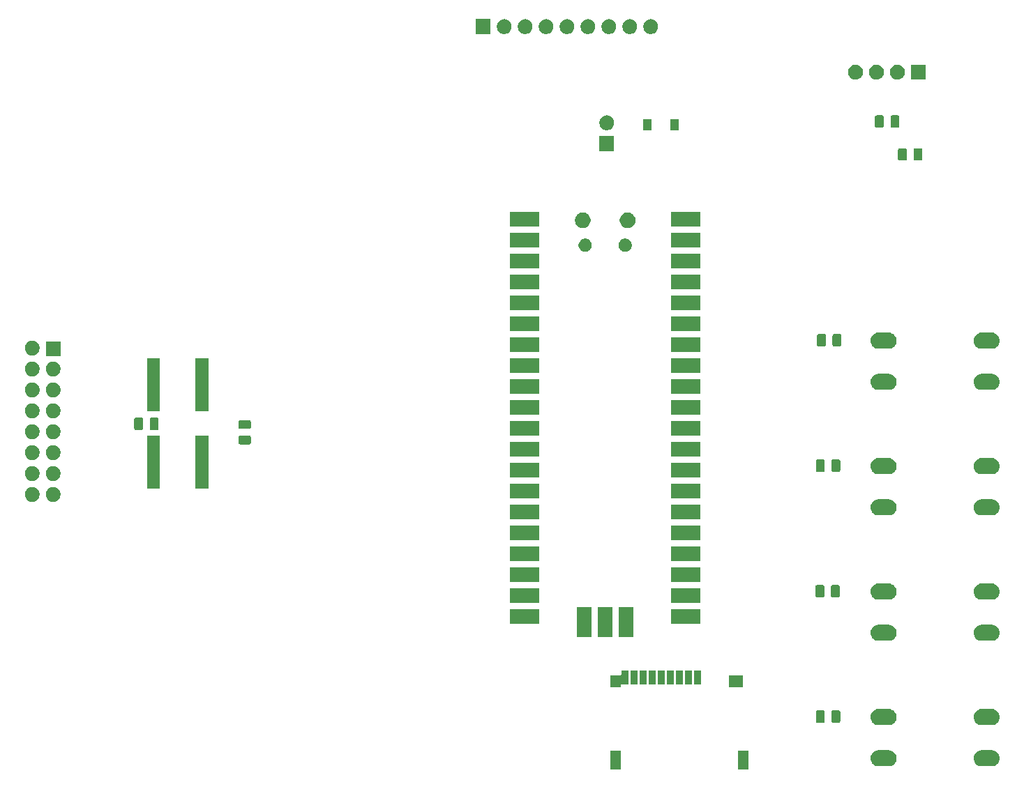
<source format=gbr>
G04 #@! TF.GenerationSoftware,KiCad,Pcbnew,5.1.5+dfsg1-2build2*
G04 #@! TF.CreationDate,2021-06-11T08:21:22+01:00*
G04 #@! TF.ProjectId,pak_breakout,70616b5f-6272-4656-916b-6f75742e6b69,rev?*
G04 #@! TF.SameCoordinates,Original*
G04 #@! TF.FileFunction,Soldermask,Top*
G04 #@! TF.FilePolarity,Negative*
%FSLAX46Y46*%
G04 Gerber Fmt 4.6, Leading zero omitted, Abs format (unit mm)*
G04 Created by KiCad (PCBNEW 5.1.5+dfsg1-2build2) date 2021-06-11 08:21:22*
%MOMM*%
%LPD*%
G04 APERTURE LIST*
%ADD10C,0.100000*%
G04 APERTURE END LIST*
D10*
G36*
X410401000Y-278751000D02*
G01*
X409099000Y-278751000D01*
X409099000Y-276449000D01*
X410401000Y-276449000D01*
X410401000Y-278751000D01*
G37*
G36*
X394901000Y-278751000D02*
G01*
X393599000Y-278751000D01*
X393599000Y-276449000D01*
X394901000Y-276449000D01*
X394901000Y-278751000D01*
G37*
G36*
X427494739Y-276378707D02*
G01*
X427590329Y-276388122D01*
X427774306Y-276443931D01*
X427774309Y-276443932D01*
X427864225Y-276491994D01*
X427943860Y-276534559D01*
X427990035Y-276572454D01*
X428092476Y-276656524D01*
X428176546Y-276758965D01*
X428214441Y-276805140D01*
X428257006Y-276884775D01*
X428305068Y-276974691D01*
X428305069Y-276974694D01*
X428360878Y-277158671D01*
X428379722Y-277350000D01*
X428360878Y-277541329D01*
X428305069Y-277725306D01*
X428305068Y-277725309D01*
X428257006Y-277815225D01*
X428214441Y-277894860D01*
X428176546Y-277941035D01*
X428092476Y-278043476D01*
X427990035Y-278127546D01*
X427943860Y-278165441D01*
X427864225Y-278208006D01*
X427774309Y-278256068D01*
X427774306Y-278256069D01*
X427590329Y-278311878D01*
X427494739Y-278321293D01*
X427446945Y-278326000D01*
X426153055Y-278326000D01*
X426105261Y-278321293D01*
X426009671Y-278311878D01*
X425825694Y-278256069D01*
X425825691Y-278256068D01*
X425735775Y-278208006D01*
X425656140Y-278165441D01*
X425609965Y-278127546D01*
X425507524Y-278043476D01*
X425423454Y-277941035D01*
X425385559Y-277894860D01*
X425342994Y-277815225D01*
X425294932Y-277725309D01*
X425294931Y-277725306D01*
X425239122Y-277541329D01*
X425220278Y-277350000D01*
X425239122Y-277158671D01*
X425294931Y-276974694D01*
X425294932Y-276974691D01*
X425342994Y-276884775D01*
X425385559Y-276805140D01*
X425423454Y-276758965D01*
X425507524Y-276656524D01*
X425609965Y-276572454D01*
X425656140Y-276534559D01*
X425735775Y-276491994D01*
X425825691Y-276443932D01*
X425825694Y-276443931D01*
X426009671Y-276388122D01*
X426105261Y-276378707D01*
X426153055Y-276374000D01*
X427446945Y-276374000D01*
X427494739Y-276378707D01*
G37*
G36*
X439994739Y-276378707D02*
G01*
X440090329Y-276388122D01*
X440274306Y-276443931D01*
X440274309Y-276443932D01*
X440364225Y-276491994D01*
X440443860Y-276534559D01*
X440490035Y-276572454D01*
X440592476Y-276656524D01*
X440676546Y-276758965D01*
X440714441Y-276805140D01*
X440757006Y-276884775D01*
X440805068Y-276974691D01*
X440805069Y-276974694D01*
X440860878Y-277158671D01*
X440879722Y-277350000D01*
X440860878Y-277541329D01*
X440805069Y-277725306D01*
X440805068Y-277725309D01*
X440757006Y-277815225D01*
X440714441Y-277894860D01*
X440676546Y-277941035D01*
X440592476Y-278043476D01*
X440490035Y-278127546D01*
X440443860Y-278165441D01*
X440364225Y-278208006D01*
X440274309Y-278256068D01*
X440274306Y-278256069D01*
X440090329Y-278311878D01*
X439994739Y-278321293D01*
X439946945Y-278326000D01*
X438653055Y-278326000D01*
X438605261Y-278321293D01*
X438509671Y-278311878D01*
X438325694Y-278256069D01*
X438325691Y-278256068D01*
X438235775Y-278208006D01*
X438156140Y-278165441D01*
X438109965Y-278127546D01*
X438007524Y-278043476D01*
X437923454Y-277941035D01*
X437885559Y-277894860D01*
X437842994Y-277815225D01*
X437794932Y-277725309D01*
X437794931Y-277725306D01*
X437739122Y-277541329D01*
X437720278Y-277350000D01*
X437739122Y-277158671D01*
X437794931Y-276974694D01*
X437794932Y-276974691D01*
X437842994Y-276884775D01*
X437885559Y-276805140D01*
X437923454Y-276758965D01*
X438007524Y-276656524D01*
X438109965Y-276572454D01*
X438156140Y-276534559D01*
X438235775Y-276491994D01*
X438325691Y-276443932D01*
X438325694Y-276443931D01*
X438509671Y-276388122D01*
X438605261Y-276378707D01*
X438653055Y-276374000D01*
X439946945Y-276374000D01*
X439994739Y-276378707D01*
G37*
G36*
X427494739Y-271378707D02*
G01*
X427590329Y-271388122D01*
X427774306Y-271443931D01*
X427774309Y-271443932D01*
X427864225Y-271491994D01*
X427943860Y-271534559D01*
X427971807Y-271557495D01*
X428092476Y-271656524D01*
X428169097Y-271749888D01*
X428214441Y-271805140D01*
X428215034Y-271806250D01*
X428305068Y-271974691D01*
X428305069Y-271974694D01*
X428360878Y-272158671D01*
X428379722Y-272350000D01*
X428360878Y-272541329D01*
X428305069Y-272725306D01*
X428305068Y-272725309D01*
X428257006Y-272815225D01*
X428214441Y-272894860D01*
X428194353Y-272919337D01*
X428092476Y-273043476D01*
X427990035Y-273127546D01*
X427943860Y-273165441D01*
X427864225Y-273208006D01*
X427774309Y-273256068D01*
X427774306Y-273256069D01*
X427590329Y-273311878D01*
X427494739Y-273321293D01*
X427446945Y-273326000D01*
X426153055Y-273326000D01*
X426105261Y-273321293D01*
X426009671Y-273311878D01*
X425825694Y-273256069D01*
X425825691Y-273256068D01*
X425735775Y-273208006D01*
X425656140Y-273165441D01*
X425609965Y-273127546D01*
X425507524Y-273043476D01*
X425405647Y-272919337D01*
X425385559Y-272894860D01*
X425342994Y-272815225D01*
X425294932Y-272725309D01*
X425294931Y-272725306D01*
X425239122Y-272541329D01*
X425220278Y-272350000D01*
X425239122Y-272158671D01*
X425294931Y-271974694D01*
X425294932Y-271974691D01*
X425384966Y-271806250D01*
X425385559Y-271805140D01*
X425430903Y-271749888D01*
X425507524Y-271656524D01*
X425628193Y-271557495D01*
X425656140Y-271534559D01*
X425735775Y-271491994D01*
X425825691Y-271443932D01*
X425825694Y-271443931D01*
X426009671Y-271388122D01*
X426105261Y-271378707D01*
X426153055Y-271374000D01*
X427446945Y-271374000D01*
X427494739Y-271378707D01*
G37*
G36*
X439994739Y-271378707D02*
G01*
X440090329Y-271388122D01*
X440274306Y-271443931D01*
X440274309Y-271443932D01*
X440364225Y-271491994D01*
X440443860Y-271534559D01*
X440471807Y-271557495D01*
X440592476Y-271656524D01*
X440669097Y-271749888D01*
X440714441Y-271805140D01*
X440715034Y-271806250D01*
X440805068Y-271974691D01*
X440805069Y-271974694D01*
X440860878Y-272158671D01*
X440879722Y-272350000D01*
X440860878Y-272541329D01*
X440805069Y-272725306D01*
X440805068Y-272725309D01*
X440757006Y-272815225D01*
X440714441Y-272894860D01*
X440694353Y-272919337D01*
X440592476Y-273043476D01*
X440490035Y-273127546D01*
X440443860Y-273165441D01*
X440364225Y-273208006D01*
X440274309Y-273256068D01*
X440274306Y-273256069D01*
X440090329Y-273311878D01*
X439994739Y-273321293D01*
X439946945Y-273326000D01*
X438653055Y-273326000D01*
X438605261Y-273321293D01*
X438509671Y-273311878D01*
X438325694Y-273256069D01*
X438325691Y-273256068D01*
X438235775Y-273208006D01*
X438156140Y-273165441D01*
X438109965Y-273127546D01*
X438007524Y-273043476D01*
X437905647Y-272919337D01*
X437885559Y-272894860D01*
X437842994Y-272815225D01*
X437794932Y-272725309D01*
X437794931Y-272725306D01*
X437739122Y-272541329D01*
X437720278Y-272350000D01*
X437739122Y-272158671D01*
X437794931Y-271974694D01*
X437794932Y-271974691D01*
X437884966Y-271806250D01*
X437885559Y-271805140D01*
X437930903Y-271749888D01*
X438007524Y-271656524D01*
X438128193Y-271557495D01*
X438156140Y-271534559D01*
X438235775Y-271491994D01*
X438325691Y-271443932D01*
X438325694Y-271443931D01*
X438509671Y-271388122D01*
X438605261Y-271378707D01*
X438653055Y-271374000D01*
X439946945Y-271374000D01*
X439994739Y-271378707D01*
G37*
G36*
X419496968Y-271541565D02*
G01*
X419535638Y-271553296D01*
X419571277Y-271572346D01*
X419602517Y-271597983D01*
X419628154Y-271629223D01*
X419647204Y-271664862D01*
X419658935Y-271703532D01*
X419663500Y-271749888D01*
X419663500Y-272826112D01*
X419658935Y-272872468D01*
X419647204Y-272911138D01*
X419628154Y-272946777D01*
X419602517Y-272978017D01*
X419571277Y-273003654D01*
X419535638Y-273022704D01*
X419496968Y-273034435D01*
X419450612Y-273039000D01*
X418799388Y-273039000D01*
X418753032Y-273034435D01*
X418714362Y-273022704D01*
X418678723Y-273003654D01*
X418647483Y-272978017D01*
X418621846Y-272946777D01*
X418602796Y-272911138D01*
X418591065Y-272872468D01*
X418586500Y-272826112D01*
X418586500Y-271749888D01*
X418591065Y-271703532D01*
X418602796Y-271664862D01*
X418621846Y-271629223D01*
X418647483Y-271597983D01*
X418678723Y-271572346D01*
X418714362Y-271553296D01*
X418753032Y-271541565D01*
X418799388Y-271537000D01*
X419450612Y-271537000D01*
X419496968Y-271541565D01*
G37*
G36*
X421371968Y-271541565D02*
G01*
X421410638Y-271553296D01*
X421446277Y-271572346D01*
X421477517Y-271597983D01*
X421503154Y-271629223D01*
X421522204Y-271664862D01*
X421533935Y-271703532D01*
X421538500Y-271749888D01*
X421538500Y-272826112D01*
X421533935Y-272872468D01*
X421522204Y-272911138D01*
X421503154Y-272946777D01*
X421477517Y-272978017D01*
X421446277Y-273003654D01*
X421410638Y-273022704D01*
X421371968Y-273034435D01*
X421325612Y-273039000D01*
X420674388Y-273039000D01*
X420628032Y-273034435D01*
X420589362Y-273022704D01*
X420553723Y-273003654D01*
X420522483Y-272978017D01*
X420496846Y-272946777D01*
X420477796Y-272911138D01*
X420466065Y-272872468D01*
X420461500Y-272826112D01*
X420461500Y-271749888D01*
X420466065Y-271703532D01*
X420477796Y-271664862D01*
X420496846Y-271629223D01*
X420522483Y-271597983D01*
X420553723Y-271572346D01*
X420589362Y-271553296D01*
X420628032Y-271541565D01*
X420674388Y-271537000D01*
X421325612Y-271537000D01*
X421371968Y-271541565D01*
G37*
G36*
X409701000Y-268751000D02*
G01*
X407999000Y-268751000D01*
X407999000Y-267249000D01*
X409701000Y-267249000D01*
X409701000Y-268751000D01*
G37*
G36*
X395801000Y-268351000D02*
G01*
X395025999Y-268351000D01*
X395001613Y-268353402D01*
X394978164Y-268360515D01*
X394956553Y-268372066D01*
X394937611Y-268387611D01*
X394922066Y-268406553D01*
X394910515Y-268428164D01*
X394903402Y-268451613D01*
X394901000Y-268475999D01*
X394901000Y-268751000D01*
X393599000Y-268751000D01*
X393599000Y-267249000D01*
X394874001Y-267249000D01*
X394898387Y-267246598D01*
X394921836Y-267239485D01*
X394943447Y-267227934D01*
X394962389Y-267212389D01*
X394977934Y-267193447D01*
X394989485Y-267171836D01*
X394996598Y-267148387D01*
X394999000Y-267124001D01*
X394999000Y-266649000D01*
X395801000Y-266649000D01*
X395801000Y-268351000D01*
G37*
G36*
X404601000Y-268351000D02*
G01*
X403799000Y-268351000D01*
X403799000Y-266649000D01*
X404601000Y-266649000D01*
X404601000Y-268351000D01*
G37*
G36*
X402401000Y-268351000D02*
G01*
X401599000Y-268351000D01*
X401599000Y-266649000D01*
X402401000Y-266649000D01*
X402401000Y-268351000D01*
G37*
G36*
X403501000Y-268351000D02*
G01*
X402699000Y-268351000D01*
X402699000Y-266649000D01*
X403501000Y-266649000D01*
X403501000Y-268351000D01*
G37*
G36*
X401301000Y-268351000D02*
G01*
X400499000Y-268351000D01*
X400499000Y-266649000D01*
X401301000Y-266649000D01*
X401301000Y-268351000D01*
G37*
G36*
X400201000Y-268351000D02*
G01*
X399399000Y-268351000D01*
X399399000Y-266649000D01*
X400201000Y-266649000D01*
X400201000Y-268351000D01*
G37*
G36*
X399101000Y-268351000D02*
G01*
X398299000Y-268351000D01*
X398299000Y-266649000D01*
X399101000Y-266649000D01*
X399101000Y-268351000D01*
G37*
G36*
X396901000Y-268351000D02*
G01*
X396099000Y-268351000D01*
X396099000Y-266649000D01*
X396901000Y-266649000D01*
X396901000Y-268351000D01*
G37*
G36*
X398001000Y-268351000D02*
G01*
X397199000Y-268351000D01*
X397199000Y-266649000D01*
X398001000Y-266649000D01*
X398001000Y-268351000D01*
G37*
G36*
X427494739Y-261138707D02*
G01*
X427590329Y-261148122D01*
X427774306Y-261203931D01*
X427774309Y-261203932D01*
X427864225Y-261251994D01*
X427943860Y-261294559D01*
X427990035Y-261332454D01*
X428092476Y-261416524D01*
X428176546Y-261518965D01*
X428214441Y-261565140D01*
X428257006Y-261644775D01*
X428305068Y-261734691D01*
X428305069Y-261734694D01*
X428360878Y-261918671D01*
X428379722Y-262110000D01*
X428360878Y-262301329D01*
X428305069Y-262485306D01*
X428305068Y-262485309D01*
X428257006Y-262575225D01*
X428214441Y-262654860D01*
X428176546Y-262701035D01*
X428092476Y-262803476D01*
X427990035Y-262887546D01*
X427943860Y-262925441D01*
X427864225Y-262968006D01*
X427774309Y-263016068D01*
X427774306Y-263016069D01*
X427590329Y-263071878D01*
X427494739Y-263081293D01*
X427446945Y-263086000D01*
X426153055Y-263086000D01*
X426105261Y-263081293D01*
X426009671Y-263071878D01*
X425825694Y-263016069D01*
X425825691Y-263016068D01*
X425735775Y-262968006D01*
X425656140Y-262925441D01*
X425609965Y-262887546D01*
X425507524Y-262803476D01*
X425423454Y-262701035D01*
X425385559Y-262654860D01*
X425342994Y-262575225D01*
X425294932Y-262485309D01*
X425294931Y-262485306D01*
X425239122Y-262301329D01*
X425220278Y-262110000D01*
X425239122Y-261918671D01*
X425294931Y-261734694D01*
X425294932Y-261734691D01*
X425342994Y-261644775D01*
X425385559Y-261565140D01*
X425423454Y-261518965D01*
X425507524Y-261416524D01*
X425609965Y-261332454D01*
X425656140Y-261294559D01*
X425735775Y-261251994D01*
X425825691Y-261203932D01*
X425825694Y-261203931D01*
X426009671Y-261148122D01*
X426105261Y-261138707D01*
X426153055Y-261134000D01*
X427446945Y-261134000D01*
X427494739Y-261138707D01*
G37*
G36*
X439994739Y-261138707D02*
G01*
X440090329Y-261148122D01*
X440274306Y-261203931D01*
X440274309Y-261203932D01*
X440364225Y-261251994D01*
X440443860Y-261294559D01*
X440490035Y-261332454D01*
X440592476Y-261416524D01*
X440676546Y-261518965D01*
X440714441Y-261565140D01*
X440757006Y-261644775D01*
X440805068Y-261734691D01*
X440805069Y-261734694D01*
X440860878Y-261918671D01*
X440879722Y-262110000D01*
X440860878Y-262301329D01*
X440805069Y-262485306D01*
X440805068Y-262485309D01*
X440757006Y-262575225D01*
X440714441Y-262654860D01*
X440676546Y-262701035D01*
X440592476Y-262803476D01*
X440490035Y-262887546D01*
X440443860Y-262925441D01*
X440364225Y-262968006D01*
X440274309Y-263016068D01*
X440274306Y-263016069D01*
X440090329Y-263071878D01*
X439994739Y-263081293D01*
X439946945Y-263086000D01*
X438653055Y-263086000D01*
X438605261Y-263081293D01*
X438509671Y-263071878D01*
X438325694Y-263016069D01*
X438325691Y-263016068D01*
X438235775Y-262968006D01*
X438156140Y-262925441D01*
X438109965Y-262887546D01*
X438007524Y-262803476D01*
X437923454Y-262701035D01*
X437885559Y-262654860D01*
X437842994Y-262575225D01*
X437794932Y-262485309D01*
X437794931Y-262485306D01*
X437739122Y-262301329D01*
X437720278Y-262110000D01*
X437739122Y-261918671D01*
X437794931Y-261734694D01*
X437794932Y-261734691D01*
X437842994Y-261644775D01*
X437885559Y-261565140D01*
X437923454Y-261518965D01*
X438007524Y-261416524D01*
X438109965Y-261332454D01*
X438156140Y-261294559D01*
X438235775Y-261251994D01*
X438325691Y-261203932D01*
X438325694Y-261203931D01*
X438509671Y-261148122D01*
X438605261Y-261138707D01*
X438653055Y-261134000D01*
X439946945Y-261134000D01*
X439994739Y-261138707D01*
G37*
G36*
X393901000Y-262601000D02*
G01*
X392099000Y-262601000D01*
X392099000Y-258999000D01*
X393901000Y-258999000D01*
X393901000Y-262601000D01*
G37*
G36*
X396441000Y-262601000D02*
G01*
X394639000Y-262601000D01*
X394639000Y-258999000D01*
X396441000Y-258999000D01*
X396441000Y-262601000D01*
G37*
G36*
X391361000Y-262601000D02*
G01*
X389559000Y-262601000D01*
X389559000Y-258999000D01*
X391361000Y-258999000D01*
X391361000Y-262601000D01*
G37*
G36*
X404591000Y-261031000D02*
G01*
X400989000Y-261031000D01*
X400989000Y-259229000D01*
X404591000Y-259229000D01*
X404591000Y-261031000D01*
G37*
G36*
X385011000Y-261031000D02*
G01*
X381409000Y-261031000D01*
X381409000Y-259229000D01*
X385011000Y-259229000D01*
X385011000Y-261031000D01*
G37*
G36*
X385011000Y-258491000D02*
G01*
X381409000Y-258491000D01*
X381409000Y-256689000D01*
X385011000Y-256689000D01*
X385011000Y-258491000D01*
G37*
G36*
X404591000Y-258491000D02*
G01*
X400989000Y-258491000D01*
X400989000Y-256689000D01*
X404591000Y-256689000D01*
X404591000Y-258491000D01*
G37*
G36*
X427494739Y-256138707D02*
G01*
X427590329Y-256148122D01*
X427774306Y-256203931D01*
X427774309Y-256203932D01*
X427864225Y-256251994D01*
X427943860Y-256294559D01*
X427971807Y-256317495D01*
X428092476Y-256416524D01*
X428169097Y-256509888D01*
X428214441Y-256565140D01*
X428215034Y-256566250D01*
X428305068Y-256734691D01*
X428305069Y-256734694D01*
X428360878Y-256918671D01*
X428379722Y-257110000D01*
X428360878Y-257301329D01*
X428305069Y-257485306D01*
X428305068Y-257485309D01*
X428257006Y-257575225D01*
X428214441Y-257654860D01*
X428194842Y-257678741D01*
X428092476Y-257803476D01*
X427990035Y-257887546D01*
X427943860Y-257925441D01*
X427864225Y-257968006D01*
X427774309Y-258016068D01*
X427774306Y-258016069D01*
X427590329Y-258071878D01*
X427494739Y-258081293D01*
X427446945Y-258086000D01*
X426153055Y-258086000D01*
X426105261Y-258081293D01*
X426009671Y-258071878D01*
X425825694Y-258016069D01*
X425825691Y-258016068D01*
X425735775Y-257968006D01*
X425656140Y-257925441D01*
X425609965Y-257887546D01*
X425507524Y-257803476D01*
X425405158Y-257678741D01*
X425385559Y-257654860D01*
X425342994Y-257575225D01*
X425294932Y-257485309D01*
X425294931Y-257485306D01*
X425239122Y-257301329D01*
X425220278Y-257110000D01*
X425239122Y-256918671D01*
X425294931Y-256734694D01*
X425294932Y-256734691D01*
X425384966Y-256566250D01*
X425385559Y-256565140D01*
X425430903Y-256509888D01*
X425507524Y-256416524D01*
X425628193Y-256317495D01*
X425656140Y-256294559D01*
X425735775Y-256251994D01*
X425825691Y-256203932D01*
X425825694Y-256203931D01*
X426009671Y-256148122D01*
X426105261Y-256138707D01*
X426153055Y-256134000D01*
X427446945Y-256134000D01*
X427494739Y-256138707D01*
G37*
G36*
X439994739Y-256138707D02*
G01*
X440090329Y-256148122D01*
X440274306Y-256203931D01*
X440274309Y-256203932D01*
X440364225Y-256251994D01*
X440443860Y-256294559D01*
X440471807Y-256317495D01*
X440592476Y-256416524D01*
X440669097Y-256509888D01*
X440714441Y-256565140D01*
X440715034Y-256566250D01*
X440805068Y-256734691D01*
X440805069Y-256734694D01*
X440860878Y-256918671D01*
X440879722Y-257110000D01*
X440860878Y-257301329D01*
X440805069Y-257485306D01*
X440805068Y-257485309D01*
X440757006Y-257575225D01*
X440714441Y-257654860D01*
X440694842Y-257678741D01*
X440592476Y-257803476D01*
X440490035Y-257887546D01*
X440443860Y-257925441D01*
X440364225Y-257968006D01*
X440274309Y-258016068D01*
X440274306Y-258016069D01*
X440090329Y-258071878D01*
X439994739Y-258081293D01*
X439946945Y-258086000D01*
X438653055Y-258086000D01*
X438605261Y-258081293D01*
X438509671Y-258071878D01*
X438325694Y-258016069D01*
X438325691Y-258016068D01*
X438235775Y-257968006D01*
X438156140Y-257925441D01*
X438109965Y-257887546D01*
X438007524Y-257803476D01*
X437905158Y-257678741D01*
X437885559Y-257654860D01*
X437842994Y-257575225D01*
X437794932Y-257485309D01*
X437794931Y-257485306D01*
X437739122Y-257301329D01*
X437720278Y-257110000D01*
X437739122Y-256918671D01*
X437794931Y-256734694D01*
X437794932Y-256734691D01*
X437884966Y-256566250D01*
X437885559Y-256565140D01*
X437930903Y-256509888D01*
X438007524Y-256416524D01*
X438128193Y-256317495D01*
X438156140Y-256294559D01*
X438235775Y-256251994D01*
X438325691Y-256203932D01*
X438325694Y-256203931D01*
X438509671Y-256148122D01*
X438605261Y-256138707D01*
X438653055Y-256134000D01*
X439946945Y-256134000D01*
X439994739Y-256138707D01*
G37*
G36*
X421309468Y-256301565D02*
G01*
X421348138Y-256313296D01*
X421383777Y-256332346D01*
X421415017Y-256357983D01*
X421440654Y-256389223D01*
X421459704Y-256424862D01*
X421471435Y-256463532D01*
X421476000Y-256509888D01*
X421476000Y-257586112D01*
X421471435Y-257632468D01*
X421459704Y-257671138D01*
X421440654Y-257706777D01*
X421415017Y-257738017D01*
X421383777Y-257763654D01*
X421348138Y-257782704D01*
X421309468Y-257794435D01*
X421263112Y-257799000D01*
X420611888Y-257799000D01*
X420565532Y-257794435D01*
X420526862Y-257782704D01*
X420491223Y-257763654D01*
X420459983Y-257738017D01*
X420434346Y-257706777D01*
X420415296Y-257671138D01*
X420403565Y-257632468D01*
X420399000Y-257586112D01*
X420399000Y-256509888D01*
X420403565Y-256463532D01*
X420415296Y-256424862D01*
X420434346Y-256389223D01*
X420459983Y-256357983D01*
X420491223Y-256332346D01*
X420526862Y-256313296D01*
X420565532Y-256301565D01*
X420611888Y-256297000D01*
X421263112Y-256297000D01*
X421309468Y-256301565D01*
G37*
G36*
X419434468Y-256301565D02*
G01*
X419473138Y-256313296D01*
X419508777Y-256332346D01*
X419540017Y-256357983D01*
X419565654Y-256389223D01*
X419584704Y-256424862D01*
X419596435Y-256463532D01*
X419601000Y-256509888D01*
X419601000Y-257586112D01*
X419596435Y-257632468D01*
X419584704Y-257671138D01*
X419565654Y-257706777D01*
X419540017Y-257738017D01*
X419508777Y-257763654D01*
X419473138Y-257782704D01*
X419434468Y-257794435D01*
X419388112Y-257799000D01*
X418736888Y-257799000D01*
X418690532Y-257794435D01*
X418651862Y-257782704D01*
X418616223Y-257763654D01*
X418584983Y-257738017D01*
X418559346Y-257706777D01*
X418540296Y-257671138D01*
X418528565Y-257632468D01*
X418524000Y-257586112D01*
X418524000Y-256509888D01*
X418528565Y-256463532D01*
X418540296Y-256424862D01*
X418559346Y-256389223D01*
X418584983Y-256357983D01*
X418616223Y-256332346D01*
X418651862Y-256313296D01*
X418690532Y-256301565D01*
X418736888Y-256297000D01*
X419388112Y-256297000D01*
X419434468Y-256301565D01*
G37*
G36*
X404591000Y-255951000D02*
G01*
X400989000Y-255951000D01*
X400989000Y-254149000D01*
X404591000Y-254149000D01*
X404591000Y-255951000D01*
G37*
G36*
X385011000Y-255951000D02*
G01*
X381409000Y-255951000D01*
X381409000Y-254149000D01*
X385011000Y-254149000D01*
X385011000Y-255951000D01*
G37*
G36*
X385011000Y-253411000D02*
G01*
X381409000Y-253411000D01*
X381409000Y-251609000D01*
X385011000Y-251609000D01*
X385011000Y-253411000D01*
G37*
G36*
X404591000Y-253411000D02*
G01*
X400989000Y-253411000D01*
X400989000Y-251609000D01*
X404591000Y-251609000D01*
X404591000Y-253411000D01*
G37*
G36*
X404591000Y-250871000D02*
G01*
X400989000Y-250871000D01*
X400989000Y-249069000D01*
X404591000Y-249069000D01*
X404591000Y-250871000D01*
G37*
G36*
X385011000Y-250871000D02*
G01*
X381409000Y-250871000D01*
X381409000Y-249069000D01*
X385011000Y-249069000D01*
X385011000Y-250871000D01*
G37*
G36*
X404591000Y-248331000D02*
G01*
X400989000Y-248331000D01*
X400989000Y-246529000D01*
X404591000Y-246529000D01*
X404591000Y-248331000D01*
G37*
G36*
X385011000Y-248331000D02*
G01*
X381409000Y-248331000D01*
X381409000Y-246529000D01*
X385011000Y-246529000D01*
X385011000Y-248331000D01*
G37*
G36*
X427494739Y-245898707D02*
G01*
X427590329Y-245908122D01*
X427774306Y-245963931D01*
X427774309Y-245963932D01*
X427841510Y-245999852D01*
X427943860Y-246054559D01*
X427990035Y-246092454D01*
X428092476Y-246176524D01*
X428176546Y-246278965D01*
X428214441Y-246325140D01*
X428257006Y-246404775D01*
X428305068Y-246494691D01*
X428305069Y-246494694D01*
X428360878Y-246678671D01*
X428379722Y-246870000D01*
X428360878Y-247061329D01*
X428328766Y-247167188D01*
X428305068Y-247245309D01*
X428257006Y-247335225D01*
X428214441Y-247414860D01*
X428176546Y-247461035D01*
X428092476Y-247563476D01*
X427990035Y-247647546D01*
X427943860Y-247685441D01*
X427864225Y-247728006D01*
X427774309Y-247776068D01*
X427774306Y-247776069D01*
X427590329Y-247831878D01*
X427494739Y-247841293D01*
X427446945Y-247846000D01*
X426153055Y-247846000D01*
X426105261Y-247841293D01*
X426009671Y-247831878D01*
X425825694Y-247776069D01*
X425825691Y-247776068D01*
X425735775Y-247728006D01*
X425656140Y-247685441D01*
X425609965Y-247647546D01*
X425507524Y-247563476D01*
X425423454Y-247461035D01*
X425385559Y-247414860D01*
X425342994Y-247335225D01*
X425294932Y-247245309D01*
X425271234Y-247167188D01*
X425239122Y-247061329D01*
X425220278Y-246870000D01*
X425239122Y-246678671D01*
X425294931Y-246494694D01*
X425294932Y-246494691D01*
X425342994Y-246404775D01*
X425385559Y-246325140D01*
X425423454Y-246278965D01*
X425507524Y-246176524D01*
X425609965Y-246092454D01*
X425656140Y-246054559D01*
X425758490Y-245999852D01*
X425825691Y-245963932D01*
X425825694Y-245963931D01*
X426009671Y-245908122D01*
X426105261Y-245898707D01*
X426153055Y-245894000D01*
X427446945Y-245894000D01*
X427494739Y-245898707D01*
G37*
G36*
X439994739Y-245898707D02*
G01*
X440090329Y-245908122D01*
X440274306Y-245963931D01*
X440274309Y-245963932D01*
X440341510Y-245999852D01*
X440443860Y-246054559D01*
X440490035Y-246092454D01*
X440592476Y-246176524D01*
X440676546Y-246278965D01*
X440714441Y-246325140D01*
X440757006Y-246404775D01*
X440805068Y-246494691D01*
X440805069Y-246494694D01*
X440860878Y-246678671D01*
X440879722Y-246870000D01*
X440860878Y-247061329D01*
X440828766Y-247167188D01*
X440805068Y-247245309D01*
X440757006Y-247335225D01*
X440714441Y-247414860D01*
X440676546Y-247461035D01*
X440592476Y-247563476D01*
X440490035Y-247647546D01*
X440443860Y-247685441D01*
X440364225Y-247728006D01*
X440274309Y-247776068D01*
X440274306Y-247776069D01*
X440090329Y-247831878D01*
X439994739Y-247841293D01*
X439946945Y-247846000D01*
X438653055Y-247846000D01*
X438605261Y-247841293D01*
X438509671Y-247831878D01*
X438325694Y-247776069D01*
X438325691Y-247776068D01*
X438235775Y-247728006D01*
X438156140Y-247685441D01*
X438109965Y-247647546D01*
X438007524Y-247563476D01*
X437923454Y-247461035D01*
X437885559Y-247414860D01*
X437842994Y-247335225D01*
X437794932Y-247245309D01*
X437771234Y-247167188D01*
X437739122Y-247061329D01*
X437720278Y-246870000D01*
X437739122Y-246678671D01*
X437794931Y-246494694D01*
X437794932Y-246494691D01*
X437842994Y-246404775D01*
X437885559Y-246325140D01*
X437923454Y-246278965D01*
X438007524Y-246176524D01*
X438109965Y-246092454D01*
X438156140Y-246054559D01*
X438258490Y-245999852D01*
X438325691Y-245963932D01*
X438325694Y-245963931D01*
X438509671Y-245908122D01*
X438605261Y-245898707D01*
X438653055Y-245894000D01*
X439946945Y-245894000D01*
X439994739Y-245898707D01*
G37*
G36*
X323573512Y-244403927D02*
G01*
X323722812Y-244433624D01*
X323886784Y-244501544D01*
X324034354Y-244600147D01*
X324159853Y-244725646D01*
X324258456Y-244873216D01*
X324326376Y-245037188D01*
X324361000Y-245211259D01*
X324361000Y-245388741D01*
X324326376Y-245562812D01*
X324258456Y-245726784D01*
X324159853Y-245874354D01*
X324034354Y-245999853D01*
X323886784Y-246098456D01*
X323722812Y-246166376D01*
X323573512Y-246196073D01*
X323548742Y-246201000D01*
X323371258Y-246201000D01*
X323346488Y-246196073D01*
X323197188Y-246166376D01*
X323033216Y-246098456D01*
X322885646Y-245999853D01*
X322760147Y-245874354D01*
X322661544Y-245726784D01*
X322593624Y-245562812D01*
X322559000Y-245388741D01*
X322559000Y-245211259D01*
X322593624Y-245037188D01*
X322661544Y-244873216D01*
X322760147Y-244725646D01*
X322885646Y-244600147D01*
X323033216Y-244501544D01*
X323197188Y-244433624D01*
X323346488Y-244403927D01*
X323371258Y-244399000D01*
X323548742Y-244399000D01*
X323573512Y-244403927D01*
G37*
G36*
X326113512Y-244403927D02*
G01*
X326262812Y-244433624D01*
X326426784Y-244501544D01*
X326574354Y-244600147D01*
X326699853Y-244725646D01*
X326798456Y-244873216D01*
X326866376Y-245037188D01*
X326901000Y-245211259D01*
X326901000Y-245388741D01*
X326866376Y-245562812D01*
X326798456Y-245726784D01*
X326699853Y-245874354D01*
X326574354Y-245999853D01*
X326426784Y-246098456D01*
X326262812Y-246166376D01*
X326113512Y-246196073D01*
X326088742Y-246201000D01*
X325911258Y-246201000D01*
X325886488Y-246196073D01*
X325737188Y-246166376D01*
X325573216Y-246098456D01*
X325425646Y-245999853D01*
X325300147Y-245874354D01*
X325201544Y-245726784D01*
X325133624Y-245562812D01*
X325099000Y-245388741D01*
X325099000Y-245211259D01*
X325133624Y-245037188D01*
X325201544Y-244873216D01*
X325300147Y-244725646D01*
X325425646Y-244600147D01*
X325573216Y-244501544D01*
X325737188Y-244433624D01*
X325886488Y-244403927D01*
X325911258Y-244399000D01*
X326088742Y-244399000D01*
X326113512Y-244403927D01*
G37*
G36*
X385011000Y-245791000D02*
G01*
X381409000Y-245791000D01*
X381409000Y-243989000D01*
X385011000Y-243989000D01*
X385011000Y-245791000D01*
G37*
G36*
X404591000Y-245791000D02*
G01*
X400989000Y-245791000D01*
X400989000Y-243989000D01*
X404591000Y-243989000D01*
X404591000Y-245791000D01*
G37*
G36*
X344826000Y-244601000D02*
G01*
X343274000Y-244601000D01*
X343274000Y-238199000D01*
X344826000Y-238199000D01*
X344826000Y-244601000D01*
G37*
G36*
X338926000Y-244601000D02*
G01*
X337374000Y-244601000D01*
X337374000Y-238199000D01*
X338926000Y-238199000D01*
X338926000Y-244601000D01*
G37*
G36*
X326113512Y-241863927D02*
G01*
X326262812Y-241893624D01*
X326426784Y-241961544D01*
X326574354Y-242060147D01*
X326699853Y-242185646D01*
X326798456Y-242333216D01*
X326866376Y-242497188D01*
X326901000Y-242671259D01*
X326901000Y-242848741D01*
X326866376Y-243022812D01*
X326798456Y-243186784D01*
X326699853Y-243334354D01*
X326574354Y-243459853D01*
X326426784Y-243558456D01*
X326262812Y-243626376D01*
X326113512Y-243656073D01*
X326088742Y-243661000D01*
X325911258Y-243661000D01*
X325886488Y-243656073D01*
X325737188Y-243626376D01*
X325573216Y-243558456D01*
X325425646Y-243459853D01*
X325300147Y-243334354D01*
X325201544Y-243186784D01*
X325133624Y-243022812D01*
X325099000Y-242848741D01*
X325099000Y-242671259D01*
X325133624Y-242497188D01*
X325201544Y-242333216D01*
X325300147Y-242185646D01*
X325425646Y-242060147D01*
X325573216Y-241961544D01*
X325737188Y-241893624D01*
X325886488Y-241863927D01*
X325911258Y-241859000D01*
X326088742Y-241859000D01*
X326113512Y-241863927D01*
G37*
G36*
X323573512Y-241863927D02*
G01*
X323722812Y-241893624D01*
X323886784Y-241961544D01*
X324034354Y-242060147D01*
X324159853Y-242185646D01*
X324258456Y-242333216D01*
X324326376Y-242497188D01*
X324361000Y-242671259D01*
X324361000Y-242848741D01*
X324326376Y-243022812D01*
X324258456Y-243186784D01*
X324159853Y-243334354D01*
X324034354Y-243459853D01*
X323886784Y-243558456D01*
X323722812Y-243626376D01*
X323573512Y-243656073D01*
X323548742Y-243661000D01*
X323371258Y-243661000D01*
X323346488Y-243656073D01*
X323197188Y-243626376D01*
X323033216Y-243558456D01*
X322885646Y-243459853D01*
X322760147Y-243334354D01*
X322661544Y-243186784D01*
X322593624Y-243022812D01*
X322559000Y-242848741D01*
X322559000Y-242671259D01*
X322593624Y-242497188D01*
X322661544Y-242333216D01*
X322760147Y-242185646D01*
X322885646Y-242060147D01*
X323033216Y-241961544D01*
X323197188Y-241893624D01*
X323346488Y-241863927D01*
X323371258Y-241859000D01*
X323548742Y-241859000D01*
X323573512Y-241863927D01*
G37*
G36*
X404591000Y-243251000D02*
G01*
X400989000Y-243251000D01*
X400989000Y-241449000D01*
X404591000Y-241449000D01*
X404591000Y-243251000D01*
G37*
G36*
X385011000Y-243251000D02*
G01*
X381409000Y-243251000D01*
X381409000Y-241449000D01*
X385011000Y-241449000D01*
X385011000Y-243251000D01*
G37*
G36*
X439994739Y-240898707D02*
G01*
X440090329Y-240908122D01*
X440274306Y-240963931D01*
X440274309Y-240963932D01*
X440364225Y-241011994D01*
X440443860Y-241054559D01*
X440482629Y-241086376D01*
X440592476Y-241176524D01*
X440669097Y-241269888D01*
X440714441Y-241325140D01*
X440715034Y-241326250D01*
X440805068Y-241494691D01*
X440805069Y-241494694D01*
X440860878Y-241678671D01*
X440879722Y-241870000D01*
X440860878Y-242061329D01*
X440823166Y-242185647D01*
X440805068Y-242245309D01*
X440758080Y-242333216D01*
X440714441Y-242414860D01*
X440694353Y-242439337D01*
X440592476Y-242563476D01*
X440490035Y-242647546D01*
X440443860Y-242685441D01*
X440364225Y-242728006D01*
X440274309Y-242776068D01*
X440274306Y-242776069D01*
X440090329Y-242831878D01*
X439994739Y-242841293D01*
X439946945Y-242846000D01*
X438653055Y-242846000D01*
X438605261Y-242841293D01*
X438509671Y-242831878D01*
X438325694Y-242776069D01*
X438325691Y-242776068D01*
X438235775Y-242728006D01*
X438156140Y-242685441D01*
X438109965Y-242647546D01*
X438007524Y-242563476D01*
X437905647Y-242439337D01*
X437885559Y-242414860D01*
X437841920Y-242333216D01*
X437794932Y-242245309D01*
X437776834Y-242185647D01*
X437739122Y-242061329D01*
X437720278Y-241870000D01*
X437739122Y-241678671D01*
X437794931Y-241494694D01*
X437794932Y-241494691D01*
X437884966Y-241326250D01*
X437885559Y-241325140D01*
X437930903Y-241269888D01*
X438007524Y-241176524D01*
X438117371Y-241086376D01*
X438156140Y-241054559D01*
X438235775Y-241011994D01*
X438325691Y-240963932D01*
X438325694Y-240963931D01*
X438509671Y-240908122D01*
X438605261Y-240898707D01*
X438653055Y-240894000D01*
X439946945Y-240894000D01*
X439994739Y-240898707D01*
G37*
G36*
X427494739Y-240898707D02*
G01*
X427590329Y-240908122D01*
X427774306Y-240963931D01*
X427774309Y-240963932D01*
X427864225Y-241011994D01*
X427943860Y-241054559D01*
X427982629Y-241086376D01*
X428092476Y-241176524D01*
X428169097Y-241269888D01*
X428214441Y-241325140D01*
X428215034Y-241326250D01*
X428305068Y-241494691D01*
X428305069Y-241494694D01*
X428360878Y-241678671D01*
X428379722Y-241870000D01*
X428360878Y-242061329D01*
X428323166Y-242185647D01*
X428305068Y-242245309D01*
X428258080Y-242333216D01*
X428214441Y-242414860D01*
X428194353Y-242439337D01*
X428092476Y-242563476D01*
X427990035Y-242647546D01*
X427943860Y-242685441D01*
X427864225Y-242728006D01*
X427774309Y-242776068D01*
X427774306Y-242776069D01*
X427590329Y-242831878D01*
X427494739Y-242841293D01*
X427446945Y-242846000D01*
X426153055Y-242846000D01*
X426105261Y-242841293D01*
X426009671Y-242831878D01*
X425825694Y-242776069D01*
X425825691Y-242776068D01*
X425735775Y-242728006D01*
X425656140Y-242685441D01*
X425609965Y-242647546D01*
X425507524Y-242563476D01*
X425405647Y-242439337D01*
X425385559Y-242414860D01*
X425341920Y-242333216D01*
X425294932Y-242245309D01*
X425276834Y-242185647D01*
X425239122Y-242061329D01*
X425220278Y-241870000D01*
X425239122Y-241678671D01*
X425294931Y-241494694D01*
X425294932Y-241494691D01*
X425384966Y-241326250D01*
X425385559Y-241325140D01*
X425430903Y-241269888D01*
X425507524Y-241176524D01*
X425617371Y-241086376D01*
X425656140Y-241054559D01*
X425735775Y-241011994D01*
X425825691Y-240963932D01*
X425825694Y-240963931D01*
X426009671Y-240908122D01*
X426105261Y-240898707D01*
X426153055Y-240894000D01*
X427446945Y-240894000D01*
X427494739Y-240898707D01*
G37*
G36*
X421371968Y-241061565D02*
G01*
X421410638Y-241073296D01*
X421446277Y-241092346D01*
X421477517Y-241117983D01*
X421503154Y-241149223D01*
X421522204Y-241184862D01*
X421533935Y-241223532D01*
X421538500Y-241269888D01*
X421538500Y-242346112D01*
X421533935Y-242392468D01*
X421522204Y-242431138D01*
X421503154Y-242466777D01*
X421477517Y-242498017D01*
X421446277Y-242523654D01*
X421410638Y-242542704D01*
X421371968Y-242554435D01*
X421325612Y-242559000D01*
X420674388Y-242559000D01*
X420628032Y-242554435D01*
X420589362Y-242542704D01*
X420553723Y-242523654D01*
X420522483Y-242498017D01*
X420496846Y-242466777D01*
X420477796Y-242431138D01*
X420466065Y-242392468D01*
X420461500Y-242346112D01*
X420461500Y-241269888D01*
X420466065Y-241223532D01*
X420477796Y-241184862D01*
X420496846Y-241149223D01*
X420522483Y-241117983D01*
X420553723Y-241092346D01*
X420589362Y-241073296D01*
X420628032Y-241061565D01*
X420674388Y-241057000D01*
X421325612Y-241057000D01*
X421371968Y-241061565D01*
G37*
G36*
X419496968Y-241061565D02*
G01*
X419535638Y-241073296D01*
X419571277Y-241092346D01*
X419602517Y-241117983D01*
X419628154Y-241149223D01*
X419647204Y-241184862D01*
X419658935Y-241223532D01*
X419663500Y-241269888D01*
X419663500Y-242346112D01*
X419658935Y-242392468D01*
X419647204Y-242431138D01*
X419628154Y-242466777D01*
X419602517Y-242498017D01*
X419571277Y-242523654D01*
X419535638Y-242542704D01*
X419496968Y-242554435D01*
X419450612Y-242559000D01*
X418799388Y-242559000D01*
X418753032Y-242554435D01*
X418714362Y-242542704D01*
X418678723Y-242523654D01*
X418647483Y-242498017D01*
X418621846Y-242466777D01*
X418602796Y-242431138D01*
X418591065Y-242392468D01*
X418586500Y-242346112D01*
X418586500Y-241269888D01*
X418591065Y-241223532D01*
X418602796Y-241184862D01*
X418621846Y-241149223D01*
X418647483Y-241117983D01*
X418678723Y-241092346D01*
X418714362Y-241073296D01*
X418753032Y-241061565D01*
X418799388Y-241057000D01*
X419450612Y-241057000D01*
X419496968Y-241061565D01*
G37*
G36*
X326113512Y-239323927D02*
G01*
X326262812Y-239353624D01*
X326426784Y-239421544D01*
X326574354Y-239520147D01*
X326699853Y-239645646D01*
X326798456Y-239793216D01*
X326866376Y-239957188D01*
X326901000Y-240131259D01*
X326901000Y-240308741D01*
X326866376Y-240482812D01*
X326798456Y-240646784D01*
X326699853Y-240794354D01*
X326574354Y-240919853D01*
X326426784Y-241018456D01*
X326262812Y-241086376D01*
X326113512Y-241116073D01*
X326088742Y-241121000D01*
X325911258Y-241121000D01*
X325886488Y-241116073D01*
X325737188Y-241086376D01*
X325573216Y-241018456D01*
X325425646Y-240919853D01*
X325300147Y-240794354D01*
X325201544Y-240646784D01*
X325133624Y-240482812D01*
X325099000Y-240308741D01*
X325099000Y-240131259D01*
X325133624Y-239957188D01*
X325201544Y-239793216D01*
X325300147Y-239645646D01*
X325425646Y-239520147D01*
X325573216Y-239421544D01*
X325737188Y-239353624D01*
X325886488Y-239323927D01*
X325911258Y-239319000D01*
X326088742Y-239319000D01*
X326113512Y-239323927D01*
G37*
G36*
X323573512Y-239323927D02*
G01*
X323722812Y-239353624D01*
X323886784Y-239421544D01*
X324034354Y-239520147D01*
X324159853Y-239645646D01*
X324258456Y-239793216D01*
X324326376Y-239957188D01*
X324361000Y-240131259D01*
X324361000Y-240308741D01*
X324326376Y-240482812D01*
X324258456Y-240646784D01*
X324159853Y-240794354D01*
X324034354Y-240919853D01*
X323886784Y-241018456D01*
X323722812Y-241086376D01*
X323573512Y-241116073D01*
X323548742Y-241121000D01*
X323371258Y-241121000D01*
X323346488Y-241116073D01*
X323197188Y-241086376D01*
X323033216Y-241018456D01*
X322885646Y-240919853D01*
X322760147Y-240794354D01*
X322661544Y-240646784D01*
X322593624Y-240482812D01*
X322559000Y-240308741D01*
X322559000Y-240131259D01*
X322593624Y-239957188D01*
X322661544Y-239793216D01*
X322760147Y-239645646D01*
X322885646Y-239520147D01*
X323033216Y-239421544D01*
X323197188Y-239353624D01*
X323346488Y-239323927D01*
X323371258Y-239319000D01*
X323548742Y-239319000D01*
X323573512Y-239323927D01*
G37*
G36*
X404591000Y-240711000D02*
G01*
X400989000Y-240711000D01*
X400989000Y-238909000D01*
X404591000Y-238909000D01*
X404591000Y-240711000D01*
G37*
G36*
X385011000Y-240711000D02*
G01*
X381409000Y-240711000D01*
X381409000Y-238909000D01*
X385011000Y-238909000D01*
X385011000Y-240711000D01*
G37*
G36*
X349834468Y-238147565D02*
G01*
X349873138Y-238159296D01*
X349908777Y-238178346D01*
X349940017Y-238203983D01*
X349965654Y-238235223D01*
X349984704Y-238270862D01*
X349996435Y-238309532D01*
X350001000Y-238355888D01*
X350001000Y-239007112D01*
X349996435Y-239053468D01*
X349984704Y-239092138D01*
X349965654Y-239127777D01*
X349940017Y-239159017D01*
X349908777Y-239184654D01*
X349873138Y-239203704D01*
X349834468Y-239215435D01*
X349788112Y-239220000D01*
X348711888Y-239220000D01*
X348665532Y-239215435D01*
X348626862Y-239203704D01*
X348591223Y-239184654D01*
X348559983Y-239159017D01*
X348534346Y-239127777D01*
X348515296Y-239092138D01*
X348503565Y-239053468D01*
X348499000Y-239007112D01*
X348499000Y-238355888D01*
X348503565Y-238309532D01*
X348515296Y-238270862D01*
X348534346Y-238235223D01*
X348559983Y-238203983D01*
X348591223Y-238178346D01*
X348626862Y-238159296D01*
X348665532Y-238147565D01*
X348711888Y-238143000D01*
X349788112Y-238143000D01*
X349834468Y-238147565D01*
G37*
G36*
X326113512Y-236783927D02*
G01*
X326262812Y-236813624D01*
X326426784Y-236881544D01*
X326574354Y-236980147D01*
X326699853Y-237105646D01*
X326798456Y-237253216D01*
X326866376Y-237417188D01*
X326901000Y-237591259D01*
X326901000Y-237768741D01*
X326866376Y-237942812D01*
X326798456Y-238106784D01*
X326699853Y-238254354D01*
X326574354Y-238379853D01*
X326426784Y-238478456D01*
X326262812Y-238546376D01*
X326113512Y-238576073D01*
X326088742Y-238581000D01*
X325911258Y-238581000D01*
X325886488Y-238576073D01*
X325737188Y-238546376D01*
X325573216Y-238478456D01*
X325425646Y-238379853D01*
X325300147Y-238254354D01*
X325201544Y-238106784D01*
X325133624Y-237942812D01*
X325099000Y-237768741D01*
X325099000Y-237591259D01*
X325133624Y-237417188D01*
X325201544Y-237253216D01*
X325300147Y-237105646D01*
X325425646Y-236980147D01*
X325573216Y-236881544D01*
X325737188Y-236813624D01*
X325886488Y-236783927D01*
X325911258Y-236779000D01*
X326088742Y-236779000D01*
X326113512Y-236783927D01*
G37*
G36*
X323573512Y-236783927D02*
G01*
X323722812Y-236813624D01*
X323886784Y-236881544D01*
X324034354Y-236980147D01*
X324159853Y-237105646D01*
X324258456Y-237253216D01*
X324326376Y-237417188D01*
X324361000Y-237591259D01*
X324361000Y-237768741D01*
X324326376Y-237942812D01*
X324258456Y-238106784D01*
X324159853Y-238254354D01*
X324034354Y-238379853D01*
X323886784Y-238478456D01*
X323722812Y-238546376D01*
X323573512Y-238576073D01*
X323548742Y-238581000D01*
X323371258Y-238581000D01*
X323346488Y-238576073D01*
X323197188Y-238546376D01*
X323033216Y-238478456D01*
X322885646Y-238379853D01*
X322760147Y-238254354D01*
X322661544Y-238106784D01*
X322593624Y-237942812D01*
X322559000Y-237768741D01*
X322559000Y-237591259D01*
X322593624Y-237417188D01*
X322661544Y-237253216D01*
X322760147Y-237105646D01*
X322885646Y-236980147D01*
X323033216Y-236881544D01*
X323197188Y-236813624D01*
X323346488Y-236783927D01*
X323371258Y-236779000D01*
X323548742Y-236779000D01*
X323573512Y-236783927D01*
G37*
G36*
X385011000Y-238171000D02*
G01*
X381409000Y-238171000D01*
X381409000Y-236369000D01*
X385011000Y-236369000D01*
X385011000Y-238171000D01*
G37*
G36*
X404591000Y-238171000D02*
G01*
X400989000Y-238171000D01*
X400989000Y-236369000D01*
X404591000Y-236369000D01*
X404591000Y-238171000D01*
G37*
G36*
X338621468Y-235981565D02*
G01*
X338660138Y-235993296D01*
X338695777Y-236012346D01*
X338727017Y-236037983D01*
X338752654Y-236069223D01*
X338771704Y-236104862D01*
X338783435Y-236143532D01*
X338788000Y-236189888D01*
X338788000Y-237266112D01*
X338783435Y-237312468D01*
X338771704Y-237351138D01*
X338752654Y-237386777D01*
X338727017Y-237418017D01*
X338695777Y-237443654D01*
X338660138Y-237462704D01*
X338621468Y-237474435D01*
X338575112Y-237479000D01*
X337923888Y-237479000D01*
X337877532Y-237474435D01*
X337838862Y-237462704D01*
X337803223Y-237443654D01*
X337771983Y-237418017D01*
X337746346Y-237386777D01*
X337727296Y-237351138D01*
X337715565Y-237312468D01*
X337711000Y-237266112D01*
X337711000Y-236189888D01*
X337715565Y-236143532D01*
X337727296Y-236104862D01*
X337746346Y-236069223D01*
X337771983Y-236037983D01*
X337803223Y-236012346D01*
X337838862Y-235993296D01*
X337877532Y-235981565D01*
X337923888Y-235977000D01*
X338575112Y-235977000D01*
X338621468Y-235981565D01*
G37*
G36*
X336746468Y-235981565D02*
G01*
X336785138Y-235993296D01*
X336820777Y-236012346D01*
X336852017Y-236037983D01*
X336877654Y-236069223D01*
X336896704Y-236104862D01*
X336908435Y-236143532D01*
X336913000Y-236189888D01*
X336913000Y-237266112D01*
X336908435Y-237312468D01*
X336896704Y-237351138D01*
X336877654Y-237386777D01*
X336852017Y-237418017D01*
X336820777Y-237443654D01*
X336785138Y-237462704D01*
X336746468Y-237474435D01*
X336700112Y-237479000D01*
X336048888Y-237479000D01*
X336002532Y-237474435D01*
X335963862Y-237462704D01*
X335928223Y-237443654D01*
X335896983Y-237418017D01*
X335871346Y-237386777D01*
X335852296Y-237351138D01*
X335840565Y-237312468D01*
X335836000Y-237266112D01*
X335836000Y-236189888D01*
X335840565Y-236143532D01*
X335852296Y-236104862D01*
X335871346Y-236069223D01*
X335896983Y-236037983D01*
X335928223Y-236012346D01*
X335963862Y-235993296D01*
X336002532Y-235981565D01*
X336048888Y-235977000D01*
X336700112Y-235977000D01*
X336746468Y-235981565D01*
G37*
G36*
X349834468Y-236272565D02*
G01*
X349873138Y-236284296D01*
X349908777Y-236303346D01*
X349940017Y-236328983D01*
X349965654Y-236360223D01*
X349984704Y-236395862D01*
X349996435Y-236434532D01*
X350001000Y-236480888D01*
X350001000Y-237132112D01*
X349996435Y-237178468D01*
X349984704Y-237217138D01*
X349965654Y-237252777D01*
X349940017Y-237284017D01*
X349908777Y-237309654D01*
X349873138Y-237328704D01*
X349834468Y-237340435D01*
X349788112Y-237345000D01*
X348711888Y-237345000D01*
X348665532Y-237340435D01*
X348626862Y-237328704D01*
X348591223Y-237309654D01*
X348559983Y-237284017D01*
X348534346Y-237252777D01*
X348515296Y-237217138D01*
X348503565Y-237178468D01*
X348499000Y-237132112D01*
X348499000Y-236480888D01*
X348503565Y-236434532D01*
X348515296Y-236395862D01*
X348534346Y-236360223D01*
X348559983Y-236328983D01*
X348591223Y-236303346D01*
X348626862Y-236284296D01*
X348665532Y-236272565D01*
X348711888Y-236268000D01*
X349788112Y-236268000D01*
X349834468Y-236272565D01*
G37*
G36*
X326113512Y-234243927D02*
G01*
X326262812Y-234273624D01*
X326426784Y-234341544D01*
X326574354Y-234440147D01*
X326699853Y-234565646D01*
X326798456Y-234713216D01*
X326866376Y-234877188D01*
X326901000Y-235051259D01*
X326901000Y-235228741D01*
X326866376Y-235402812D01*
X326798456Y-235566784D01*
X326699853Y-235714354D01*
X326574354Y-235839853D01*
X326426784Y-235938456D01*
X326262812Y-236006376D01*
X326113512Y-236036073D01*
X326088742Y-236041000D01*
X325911258Y-236041000D01*
X325886488Y-236036073D01*
X325737188Y-236006376D01*
X325573216Y-235938456D01*
X325425646Y-235839853D01*
X325300147Y-235714354D01*
X325201544Y-235566784D01*
X325133624Y-235402812D01*
X325099000Y-235228741D01*
X325099000Y-235051259D01*
X325133624Y-234877188D01*
X325201544Y-234713216D01*
X325300147Y-234565646D01*
X325425646Y-234440147D01*
X325573216Y-234341544D01*
X325737188Y-234273624D01*
X325886488Y-234243927D01*
X325911258Y-234239000D01*
X326088742Y-234239000D01*
X326113512Y-234243927D01*
G37*
G36*
X323573512Y-234243927D02*
G01*
X323722812Y-234273624D01*
X323886784Y-234341544D01*
X324034354Y-234440147D01*
X324159853Y-234565646D01*
X324258456Y-234713216D01*
X324326376Y-234877188D01*
X324361000Y-235051259D01*
X324361000Y-235228741D01*
X324326376Y-235402812D01*
X324258456Y-235566784D01*
X324159853Y-235714354D01*
X324034354Y-235839853D01*
X323886784Y-235938456D01*
X323722812Y-236006376D01*
X323573512Y-236036073D01*
X323548742Y-236041000D01*
X323371258Y-236041000D01*
X323346488Y-236036073D01*
X323197188Y-236006376D01*
X323033216Y-235938456D01*
X322885646Y-235839853D01*
X322760147Y-235714354D01*
X322661544Y-235566784D01*
X322593624Y-235402812D01*
X322559000Y-235228741D01*
X322559000Y-235051259D01*
X322593624Y-234877188D01*
X322661544Y-234713216D01*
X322760147Y-234565646D01*
X322885646Y-234440147D01*
X323033216Y-234341544D01*
X323197188Y-234273624D01*
X323346488Y-234243927D01*
X323371258Y-234239000D01*
X323548742Y-234239000D01*
X323573512Y-234243927D01*
G37*
G36*
X404591000Y-235631000D02*
G01*
X400989000Y-235631000D01*
X400989000Y-233829000D01*
X404591000Y-233829000D01*
X404591000Y-235631000D01*
G37*
G36*
X385011000Y-235631000D02*
G01*
X381409000Y-235631000D01*
X381409000Y-233829000D01*
X385011000Y-233829000D01*
X385011000Y-235631000D01*
G37*
G36*
X344826000Y-235201000D02*
G01*
X343274000Y-235201000D01*
X343274000Y-228799000D01*
X344826000Y-228799000D01*
X344826000Y-235201000D01*
G37*
G36*
X338926000Y-235201000D02*
G01*
X337374000Y-235201000D01*
X337374000Y-228799000D01*
X338926000Y-228799000D01*
X338926000Y-235201000D01*
G37*
G36*
X323573512Y-231703927D02*
G01*
X323722812Y-231733624D01*
X323886784Y-231801544D01*
X324034354Y-231900147D01*
X324159853Y-232025646D01*
X324258456Y-232173216D01*
X324326376Y-232337188D01*
X324347908Y-232445441D01*
X324361000Y-232511258D01*
X324361000Y-232688742D01*
X324356073Y-232713512D01*
X324326376Y-232862812D01*
X324258456Y-233026784D01*
X324159853Y-233174354D01*
X324034354Y-233299853D01*
X323886784Y-233398456D01*
X323722812Y-233466376D01*
X323573512Y-233496073D01*
X323548742Y-233501000D01*
X323371258Y-233501000D01*
X323346488Y-233496073D01*
X323197188Y-233466376D01*
X323033216Y-233398456D01*
X322885646Y-233299853D01*
X322760147Y-233174354D01*
X322661544Y-233026784D01*
X322593624Y-232862812D01*
X322563927Y-232713512D01*
X322559000Y-232688742D01*
X322559000Y-232511258D01*
X322572092Y-232445441D01*
X322593624Y-232337188D01*
X322661544Y-232173216D01*
X322760147Y-232025646D01*
X322885646Y-231900147D01*
X323033216Y-231801544D01*
X323197188Y-231733624D01*
X323346488Y-231703927D01*
X323371258Y-231699000D01*
X323548742Y-231699000D01*
X323573512Y-231703927D01*
G37*
G36*
X326113512Y-231703927D02*
G01*
X326262812Y-231733624D01*
X326426784Y-231801544D01*
X326574354Y-231900147D01*
X326699853Y-232025646D01*
X326798456Y-232173216D01*
X326866376Y-232337188D01*
X326887908Y-232445441D01*
X326901000Y-232511258D01*
X326901000Y-232688742D01*
X326896073Y-232713512D01*
X326866376Y-232862812D01*
X326798456Y-233026784D01*
X326699853Y-233174354D01*
X326574354Y-233299853D01*
X326426784Y-233398456D01*
X326262812Y-233466376D01*
X326113512Y-233496073D01*
X326088742Y-233501000D01*
X325911258Y-233501000D01*
X325886488Y-233496073D01*
X325737188Y-233466376D01*
X325573216Y-233398456D01*
X325425646Y-233299853D01*
X325300147Y-233174354D01*
X325201544Y-233026784D01*
X325133624Y-232862812D01*
X325103927Y-232713512D01*
X325099000Y-232688742D01*
X325099000Y-232511258D01*
X325112092Y-232445441D01*
X325133624Y-232337188D01*
X325201544Y-232173216D01*
X325300147Y-232025646D01*
X325425646Y-231900147D01*
X325573216Y-231801544D01*
X325737188Y-231733624D01*
X325886488Y-231703927D01*
X325911258Y-231699000D01*
X326088742Y-231699000D01*
X326113512Y-231703927D01*
G37*
G36*
X404591000Y-233091000D02*
G01*
X400989000Y-233091000D01*
X400989000Y-231289000D01*
X404591000Y-231289000D01*
X404591000Y-233091000D01*
G37*
G36*
X385011000Y-233091000D02*
G01*
X381409000Y-233091000D01*
X381409000Y-231289000D01*
X385011000Y-231289000D01*
X385011000Y-233091000D01*
G37*
G36*
X439994739Y-230658707D02*
G01*
X440090329Y-230668122D01*
X440274306Y-230723931D01*
X440274309Y-230723932D01*
X440341510Y-230759852D01*
X440443860Y-230814559D01*
X440490035Y-230852454D01*
X440592476Y-230936524D01*
X440676546Y-231038965D01*
X440714441Y-231085140D01*
X440757006Y-231164775D01*
X440805068Y-231254691D01*
X440805069Y-231254694D01*
X440860878Y-231438671D01*
X440879722Y-231630000D01*
X440860878Y-231821329D01*
X440805069Y-232005306D01*
X440805068Y-232005309D01*
X440757006Y-232095225D01*
X440714441Y-232174860D01*
X440676546Y-232221035D01*
X440592476Y-232323476D01*
X440490035Y-232407546D01*
X440443860Y-232445441D01*
X440364225Y-232488006D01*
X440274309Y-232536068D01*
X440274306Y-232536069D01*
X440090329Y-232591878D01*
X439994739Y-232601293D01*
X439946945Y-232606000D01*
X438653055Y-232606000D01*
X438605261Y-232601293D01*
X438509671Y-232591878D01*
X438325694Y-232536069D01*
X438325691Y-232536068D01*
X438235775Y-232488006D01*
X438156140Y-232445441D01*
X438109965Y-232407546D01*
X438007524Y-232323476D01*
X437923454Y-232221035D01*
X437885559Y-232174860D01*
X437842994Y-232095225D01*
X437794932Y-232005309D01*
X437794931Y-232005306D01*
X437739122Y-231821329D01*
X437720278Y-231630000D01*
X437739122Y-231438671D01*
X437794931Y-231254694D01*
X437794932Y-231254691D01*
X437842994Y-231164775D01*
X437885559Y-231085140D01*
X437923454Y-231038965D01*
X438007524Y-230936524D01*
X438109965Y-230852454D01*
X438156140Y-230814559D01*
X438258490Y-230759852D01*
X438325691Y-230723932D01*
X438325694Y-230723931D01*
X438509671Y-230668122D01*
X438605261Y-230658707D01*
X438653055Y-230654000D01*
X439946945Y-230654000D01*
X439994739Y-230658707D01*
G37*
G36*
X427494739Y-230658707D02*
G01*
X427590329Y-230668122D01*
X427774306Y-230723931D01*
X427774309Y-230723932D01*
X427841510Y-230759852D01*
X427943860Y-230814559D01*
X427990035Y-230852454D01*
X428092476Y-230936524D01*
X428176546Y-231038965D01*
X428214441Y-231085140D01*
X428257006Y-231164775D01*
X428305068Y-231254691D01*
X428305069Y-231254694D01*
X428360878Y-231438671D01*
X428379722Y-231630000D01*
X428360878Y-231821329D01*
X428305069Y-232005306D01*
X428305068Y-232005309D01*
X428257006Y-232095225D01*
X428214441Y-232174860D01*
X428176546Y-232221035D01*
X428092476Y-232323476D01*
X427990035Y-232407546D01*
X427943860Y-232445441D01*
X427864225Y-232488006D01*
X427774309Y-232536068D01*
X427774306Y-232536069D01*
X427590329Y-232591878D01*
X427494739Y-232601293D01*
X427446945Y-232606000D01*
X426153055Y-232606000D01*
X426105261Y-232601293D01*
X426009671Y-232591878D01*
X425825694Y-232536069D01*
X425825691Y-232536068D01*
X425735775Y-232488006D01*
X425656140Y-232445441D01*
X425609965Y-232407546D01*
X425507524Y-232323476D01*
X425423454Y-232221035D01*
X425385559Y-232174860D01*
X425342994Y-232095225D01*
X425294932Y-232005309D01*
X425294931Y-232005306D01*
X425239122Y-231821329D01*
X425220278Y-231630000D01*
X425239122Y-231438671D01*
X425294931Y-231254694D01*
X425294932Y-231254691D01*
X425342994Y-231164775D01*
X425385559Y-231085140D01*
X425423454Y-231038965D01*
X425507524Y-230936524D01*
X425609965Y-230852454D01*
X425656140Y-230814559D01*
X425758490Y-230759852D01*
X425825691Y-230723932D01*
X425825694Y-230723931D01*
X426009671Y-230668122D01*
X426105261Y-230658707D01*
X426153055Y-230654000D01*
X427446945Y-230654000D01*
X427494739Y-230658707D01*
G37*
G36*
X323573512Y-229163927D02*
G01*
X323722812Y-229193624D01*
X323886784Y-229261544D01*
X324034354Y-229360147D01*
X324159853Y-229485646D01*
X324258456Y-229633216D01*
X324326376Y-229797188D01*
X324361000Y-229971259D01*
X324361000Y-230148741D01*
X324326376Y-230322812D01*
X324258456Y-230486784D01*
X324159853Y-230634354D01*
X324034354Y-230759853D01*
X323886784Y-230858456D01*
X323722812Y-230926376D01*
X323573512Y-230956073D01*
X323548742Y-230961000D01*
X323371258Y-230961000D01*
X323346488Y-230956073D01*
X323197188Y-230926376D01*
X323033216Y-230858456D01*
X322885646Y-230759853D01*
X322760147Y-230634354D01*
X322661544Y-230486784D01*
X322593624Y-230322812D01*
X322559000Y-230148741D01*
X322559000Y-229971259D01*
X322593624Y-229797188D01*
X322661544Y-229633216D01*
X322760147Y-229485646D01*
X322885646Y-229360147D01*
X323033216Y-229261544D01*
X323197188Y-229193624D01*
X323346488Y-229163927D01*
X323371258Y-229159000D01*
X323548742Y-229159000D01*
X323573512Y-229163927D01*
G37*
G36*
X326113512Y-229163927D02*
G01*
X326262812Y-229193624D01*
X326426784Y-229261544D01*
X326574354Y-229360147D01*
X326699853Y-229485646D01*
X326798456Y-229633216D01*
X326866376Y-229797188D01*
X326901000Y-229971259D01*
X326901000Y-230148741D01*
X326866376Y-230322812D01*
X326798456Y-230486784D01*
X326699853Y-230634354D01*
X326574354Y-230759853D01*
X326426784Y-230858456D01*
X326262812Y-230926376D01*
X326113512Y-230956073D01*
X326088742Y-230961000D01*
X325911258Y-230961000D01*
X325886488Y-230956073D01*
X325737188Y-230926376D01*
X325573216Y-230858456D01*
X325425646Y-230759853D01*
X325300147Y-230634354D01*
X325201544Y-230486784D01*
X325133624Y-230322812D01*
X325099000Y-230148741D01*
X325099000Y-229971259D01*
X325133624Y-229797188D01*
X325201544Y-229633216D01*
X325300147Y-229485646D01*
X325425646Y-229360147D01*
X325573216Y-229261544D01*
X325737188Y-229193624D01*
X325886488Y-229163927D01*
X325911258Y-229159000D01*
X326088742Y-229159000D01*
X326113512Y-229163927D01*
G37*
G36*
X404591000Y-230551000D02*
G01*
X400989000Y-230551000D01*
X400989000Y-228749000D01*
X404591000Y-228749000D01*
X404591000Y-230551000D01*
G37*
G36*
X385011000Y-230551000D02*
G01*
X381409000Y-230551000D01*
X381409000Y-228749000D01*
X385011000Y-228749000D01*
X385011000Y-230551000D01*
G37*
G36*
X326901000Y-228501000D02*
G01*
X325099000Y-228501000D01*
X325099000Y-226699000D01*
X326901000Y-226699000D01*
X326901000Y-228501000D01*
G37*
G36*
X323573512Y-226623927D02*
G01*
X323722812Y-226653624D01*
X323886784Y-226721544D01*
X324034354Y-226820147D01*
X324159853Y-226945646D01*
X324258456Y-227093216D01*
X324326376Y-227257188D01*
X324361000Y-227431259D01*
X324361000Y-227608741D01*
X324326376Y-227782812D01*
X324258456Y-227946784D01*
X324159853Y-228094354D01*
X324034354Y-228219853D01*
X323886784Y-228318456D01*
X323722812Y-228386376D01*
X323573512Y-228416073D01*
X323548742Y-228421000D01*
X323371258Y-228421000D01*
X323346488Y-228416073D01*
X323197188Y-228386376D01*
X323033216Y-228318456D01*
X322885646Y-228219853D01*
X322760147Y-228094354D01*
X322661544Y-227946784D01*
X322593624Y-227782812D01*
X322559000Y-227608741D01*
X322559000Y-227431259D01*
X322593624Y-227257188D01*
X322661544Y-227093216D01*
X322760147Y-226945646D01*
X322885646Y-226820147D01*
X323033216Y-226721544D01*
X323197188Y-226653624D01*
X323346488Y-226623927D01*
X323371258Y-226619000D01*
X323548742Y-226619000D01*
X323573512Y-226623927D01*
G37*
G36*
X404591000Y-228011000D02*
G01*
X400989000Y-228011000D01*
X400989000Y-226209000D01*
X404591000Y-226209000D01*
X404591000Y-228011000D01*
G37*
G36*
X385011000Y-228011000D02*
G01*
X381409000Y-228011000D01*
X381409000Y-226209000D01*
X385011000Y-226209000D01*
X385011000Y-228011000D01*
G37*
G36*
X427494739Y-225658707D02*
G01*
X427590329Y-225668122D01*
X427774306Y-225723931D01*
X427774309Y-225723932D01*
X427864225Y-225771994D01*
X427943860Y-225814559D01*
X427971807Y-225837495D01*
X428092476Y-225936524D01*
X428169097Y-226029888D01*
X428214441Y-226085140D01*
X428215034Y-226086250D01*
X428305068Y-226254691D01*
X428305069Y-226254694D01*
X428360878Y-226438671D01*
X428379722Y-226630000D01*
X428360878Y-226821329D01*
X428323166Y-226945647D01*
X428305068Y-227005309D01*
X428258080Y-227093216D01*
X428214441Y-227174860D01*
X428194842Y-227198741D01*
X428092476Y-227323476D01*
X427990035Y-227407546D01*
X427943860Y-227445441D01*
X427864225Y-227488006D01*
X427774309Y-227536068D01*
X427774306Y-227536069D01*
X427590329Y-227591878D01*
X427494739Y-227601293D01*
X427446945Y-227606000D01*
X426153055Y-227606000D01*
X426105261Y-227601293D01*
X426009671Y-227591878D01*
X425825694Y-227536069D01*
X425825691Y-227536068D01*
X425735775Y-227488006D01*
X425656140Y-227445441D01*
X425609965Y-227407546D01*
X425507524Y-227323476D01*
X425405158Y-227198741D01*
X425385559Y-227174860D01*
X425341920Y-227093216D01*
X425294932Y-227005309D01*
X425276834Y-226945647D01*
X425239122Y-226821329D01*
X425220278Y-226630000D01*
X425239122Y-226438671D01*
X425294931Y-226254694D01*
X425294932Y-226254691D01*
X425384966Y-226086250D01*
X425385559Y-226085140D01*
X425430903Y-226029888D01*
X425507524Y-225936524D01*
X425628193Y-225837495D01*
X425656140Y-225814559D01*
X425735775Y-225771994D01*
X425825691Y-225723932D01*
X425825694Y-225723931D01*
X426009671Y-225668122D01*
X426105261Y-225658707D01*
X426153055Y-225654000D01*
X427446945Y-225654000D01*
X427494739Y-225658707D01*
G37*
G36*
X439994739Y-225658707D02*
G01*
X440090329Y-225668122D01*
X440274306Y-225723931D01*
X440274309Y-225723932D01*
X440364225Y-225771994D01*
X440443860Y-225814559D01*
X440471807Y-225837495D01*
X440592476Y-225936524D01*
X440669097Y-226029888D01*
X440714441Y-226085140D01*
X440715034Y-226086250D01*
X440805068Y-226254691D01*
X440805069Y-226254694D01*
X440860878Y-226438671D01*
X440879722Y-226630000D01*
X440860878Y-226821329D01*
X440823166Y-226945647D01*
X440805068Y-227005309D01*
X440758080Y-227093216D01*
X440714441Y-227174860D01*
X440694842Y-227198741D01*
X440592476Y-227323476D01*
X440490035Y-227407546D01*
X440443860Y-227445441D01*
X440364225Y-227488006D01*
X440274309Y-227536068D01*
X440274306Y-227536069D01*
X440090329Y-227591878D01*
X439994739Y-227601293D01*
X439946945Y-227606000D01*
X438653055Y-227606000D01*
X438605261Y-227601293D01*
X438509671Y-227591878D01*
X438325694Y-227536069D01*
X438325691Y-227536068D01*
X438235775Y-227488006D01*
X438156140Y-227445441D01*
X438109965Y-227407546D01*
X438007524Y-227323476D01*
X437905158Y-227198741D01*
X437885559Y-227174860D01*
X437841920Y-227093216D01*
X437794932Y-227005309D01*
X437776834Y-226945647D01*
X437739122Y-226821329D01*
X437720278Y-226630000D01*
X437739122Y-226438671D01*
X437794931Y-226254694D01*
X437794932Y-226254691D01*
X437884966Y-226086250D01*
X437885559Y-226085140D01*
X437930903Y-226029888D01*
X438007524Y-225936524D01*
X438128193Y-225837495D01*
X438156140Y-225814559D01*
X438235775Y-225771994D01*
X438325691Y-225723932D01*
X438325694Y-225723931D01*
X438509671Y-225668122D01*
X438605261Y-225658707D01*
X438653055Y-225654000D01*
X439946945Y-225654000D01*
X439994739Y-225658707D01*
G37*
G36*
X421503968Y-225821565D02*
G01*
X421542638Y-225833296D01*
X421578277Y-225852346D01*
X421609517Y-225877983D01*
X421635154Y-225909223D01*
X421654204Y-225944862D01*
X421665935Y-225983532D01*
X421670500Y-226029888D01*
X421670500Y-227106112D01*
X421665935Y-227152468D01*
X421654204Y-227191138D01*
X421635154Y-227226777D01*
X421609517Y-227258017D01*
X421578277Y-227283654D01*
X421542638Y-227302704D01*
X421503968Y-227314435D01*
X421457612Y-227319000D01*
X420806388Y-227319000D01*
X420760032Y-227314435D01*
X420721362Y-227302704D01*
X420685723Y-227283654D01*
X420654483Y-227258017D01*
X420628846Y-227226777D01*
X420609796Y-227191138D01*
X420598065Y-227152468D01*
X420593500Y-227106112D01*
X420593500Y-226029888D01*
X420598065Y-225983532D01*
X420609796Y-225944862D01*
X420628846Y-225909223D01*
X420654483Y-225877983D01*
X420685723Y-225852346D01*
X420721362Y-225833296D01*
X420760032Y-225821565D01*
X420806388Y-225817000D01*
X421457612Y-225817000D01*
X421503968Y-225821565D01*
G37*
G36*
X419628968Y-225821565D02*
G01*
X419667638Y-225833296D01*
X419703277Y-225852346D01*
X419734517Y-225877983D01*
X419760154Y-225909223D01*
X419779204Y-225944862D01*
X419790935Y-225983532D01*
X419795500Y-226029888D01*
X419795500Y-227106112D01*
X419790935Y-227152468D01*
X419779204Y-227191138D01*
X419760154Y-227226777D01*
X419734517Y-227258017D01*
X419703277Y-227283654D01*
X419667638Y-227302704D01*
X419628968Y-227314435D01*
X419582612Y-227319000D01*
X418931388Y-227319000D01*
X418885032Y-227314435D01*
X418846362Y-227302704D01*
X418810723Y-227283654D01*
X418779483Y-227258017D01*
X418753846Y-227226777D01*
X418734796Y-227191138D01*
X418723065Y-227152468D01*
X418718500Y-227106112D01*
X418718500Y-226029888D01*
X418723065Y-225983532D01*
X418734796Y-225944862D01*
X418753846Y-225909223D01*
X418779483Y-225877983D01*
X418810723Y-225852346D01*
X418846362Y-225833296D01*
X418885032Y-225821565D01*
X418931388Y-225817000D01*
X419582612Y-225817000D01*
X419628968Y-225821565D01*
G37*
G36*
X404591000Y-225471000D02*
G01*
X400989000Y-225471000D01*
X400989000Y-223669000D01*
X404591000Y-223669000D01*
X404591000Y-225471000D01*
G37*
G36*
X385011000Y-225471000D02*
G01*
X381409000Y-225471000D01*
X381409000Y-223669000D01*
X385011000Y-223669000D01*
X385011000Y-225471000D01*
G37*
G36*
X385011000Y-222931000D02*
G01*
X381409000Y-222931000D01*
X381409000Y-221129000D01*
X385011000Y-221129000D01*
X385011000Y-222931000D01*
G37*
G36*
X404591000Y-222931000D02*
G01*
X400989000Y-222931000D01*
X400989000Y-221129000D01*
X404591000Y-221129000D01*
X404591000Y-222931000D01*
G37*
G36*
X385011000Y-220391000D02*
G01*
X381409000Y-220391000D01*
X381409000Y-218589000D01*
X385011000Y-218589000D01*
X385011000Y-220391000D01*
G37*
G36*
X404591000Y-220391000D02*
G01*
X400989000Y-220391000D01*
X400989000Y-218589000D01*
X404591000Y-218589000D01*
X404591000Y-220391000D01*
G37*
G36*
X404591000Y-217851000D02*
G01*
X400989000Y-217851000D01*
X400989000Y-216049000D01*
X404591000Y-216049000D01*
X404591000Y-217851000D01*
G37*
G36*
X385011000Y-217851000D02*
G01*
X381409000Y-217851000D01*
X381409000Y-216049000D01*
X385011000Y-216049000D01*
X385011000Y-217851000D01*
G37*
G36*
X395658642Y-214259781D02*
G01*
X395804414Y-214320162D01*
X395804416Y-214320163D01*
X395935608Y-214407822D01*
X396047178Y-214519392D01*
X396134837Y-214650584D01*
X396134838Y-214650586D01*
X396195219Y-214796358D01*
X396226000Y-214951107D01*
X396226000Y-215108893D01*
X396195219Y-215263642D01*
X396134838Y-215409414D01*
X396134837Y-215409416D01*
X396047178Y-215540608D01*
X395935608Y-215652178D01*
X395804416Y-215739837D01*
X395804415Y-215739838D01*
X395804414Y-215739838D01*
X395658642Y-215800219D01*
X395503893Y-215831000D01*
X395346107Y-215831000D01*
X395191358Y-215800219D01*
X395045586Y-215739838D01*
X395045585Y-215739838D01*
X395045584Y-215739837D01*
X394914392Y-215652178D01*
X394802822Y-215540608D01*
X394715163Y-215409416D01*
X394715162Y-215409414D01*
X394654781Y-215263642D01*
X394624000Y-215108893D01*
X394624000Y-214951107D01*
X394654781Y-214796358D01*
X394715162Y-214650586D01*
X394715163Y-214650584D01*
X394802822Y-214519392D01*
X394914392Y-214407822D01*
X395045584Y-214320163D01*
X395045586Y-214320162D01*
X395191358Y-214259781D01*
X395346107Y-214229000D01*
X395503893Y-214229000D01*
X395658642Y-214259781D01*
G37*
G36*
X390808642Y-214259781D02*
G01*
X390954414Y-214320162D01*
X390954416Y-214320163D01*
X391085608Y-214407822D01*
X391197178Y-214519392D01*
X391284837Y-214650584D01*
X391284838Y-214650586D01*
X391345219Y-214796358D01*
X391376000Y-214951107D01*
X391376000Y-215108893D01*
X391345219Y-215263642D01*
X391284838Y-215409414D01*
X391284837Y-215409416D01*
X391197178Y-215540608D01*
X391085608Y-215652178D01*
X390954416Y-215739837D01*
X390954415Y-215739838D01*
X390954414Y-215739838D01*
X390808642Y-215800219D01*
X390653893Y-215831000D01*
X390496107Y-215831000D01*
X390341358Y-215800219D01*
X390195586Y-215739838D01*
X390195585Y-215739838D01*
X390195584Y-215739837D01*
X390064392Y-215652178D01*
X389952822Y-215540608D01*
X389865163Y-215409416D01*
X389865162Y-215409414D01*
X389804781Y-215263642D01*
X389774000Y-215108893D01*
X389774000Y-214951107D01*
X389804781Y-214796358D01*
X389865162Y-214650586D01*
X389865163Y-214650584D01*
X389952822Y-214519392D01*
X390064392Y-214407822D01*
X390195584Y-214320163D01*
X390195586Y-214320162D01*
X390341358Y-214259781D01*
X390496107Y-214229000D01*
X390653893Y-214229000D01*
X390808642Y-214259781D01*
G37*
G36*
X404591000Y-215311000D02*
G01*
X400989000Y-215311000D01*
X400989000Y-213509000D01*
X404591000Y-213509000D01*
X404591000Y-215311000D01*
G37*
G36*
X385011000Y-215311000D02*
G01*
X381409000Y-215311000D01*
X381409000Y-213509000D01*
X385011000Y-213509000D01*
X385011000Y-215311000D01*
G37*
G36*
X390552395Y-211085546D02*
G01*
X390725466Y-211157234D01*
X390802818Y-211208919D01*
X390881227Y-211261310D01*
X391013690Y-211393773D01*
X391066081Y-211472182D01*
X391117766Y-211549534D01*
X391189454Y-211722605D01*
X391226000Y-211906333D01*
X391226000Y-212093667D01*
X391189454Y-212277395D01*
X391117766Y-212450466D01*
X391117765Y-212450467D01*
X391013690Y-212606227D01*
X390881227Y-212738690D01*
X390832871Y-212771000D01*
X390725466Y-212842766D01*
X390552395Y-212914454D01*
X390368667Y-212951000D01*
X390181333Y-212951000D01*
X389997605Y-212914454D01*
X389824534Y-212842766D01*
X389717129Y-212771000D01*
X389668773Y-212738690D01*
X389536310Y-212606227D01*
X389432235Y-212450467D01*
X389432234Y-212450466D01*
X389360546Y-212277395D01*
X389324000Y-212093667D01*
X389324000Y-211906333D01*
X389360546Y-211722605D01*
X389432234Y-211549534D01*
X389483919Y-211472182D01*
X389536310Y-211393773D01*
X389668773Y-211261310D01*
X389747182Y-211208919D01*
X389824534Y-211157234D01*
X389997605Y-211085546D01*
X390181333Y-211049000D01*
X390368667Y-211049000D01*
X390552395Y-211085546D01*
G37*
G36*
X396002395Y-211085546D02*
G01*
X396175466Y-211157234D01*
X396252818Y-211208919D01*
X396331227Y-211261310D01*
X396463690Y-211393773D01*
X396516081Y-211472182D01*
X396567766Y-211549534D01*
X396639454Y-211722605D01*
X396676000Y-211906333D01*
X396676000Y-212093667D01*
X396639454Y-212277395D01*
X396567766Y-212450466D01*
X396567765Y-212450467D01*
X396463690Y-212606227D01*
X396331227Y-212738690D01*
X396282871Y-212771000D01*
X396175466Y-212842766D01*
X396002395Y-212914454D01*
X395818667Y-212951000D01*
X395631333Y-212951000D01*
X395447605Y-212914454D01*
X395274534Y-212842766D01*
X395167129Y-212771000D01*
X395118773Y-212738690D01*
X394986310Y-212606227D01*
X394882235Y-212450467D01*
X394882234Y-212450466D01*
X394810546Y-212277395D01*
X394774000Y-212093667D01*
X394774000Y-211906333D01*
X394810546Y-211722605D01*
X394882234Y-211549534D01*
X394933919Y-211472182D01*
X394986310Y-211393773D01*
X395118773Y-211261310D01*
X395197182Y-211208919D01*
X395274534Y-211157234D01*
X395447605Y-211085546D01*
X395631333Y-211049000D01*
X395818667Y-211049000D01*
X396002395Y-211085546D01*
G37*
G36*
X385011000Y-212771000D02*
G01*
X381409000Y-212771000D01*
X381409000Y-210969000D01*
X385011000Y-210969000D01*
X385011000Y-212771000D01*
G37*
G36*
X404591000Y-212771000D02*
G01*
X400989000Y-212771000D01*
X400989000Y-210969000D01*
X404591000Y-210969000D01*
X404591000Y-212771000D01*
G37*
G36*
X429456468Y-203253565D02*
G01*
X429495138Y-203265296D01*
X429530777Y-203284346D01*
X429562017Y-203309983D01*
X429587654Y-203341223D01*
X429606704Y-203376862D01*
X429618435Y-203415532D01*
X429623000Y-203461888D01*
X429623000Y-204538112D01*
X429618435Y-204584468D01*
X429606704Y-204623138D01*
X429587654Y-204658777D01*
X429562017Y-204690017D01*
X429530777Y-204715654D01*
X429495138Y-204734704D01*
X429456468Y-204746435D01*
X429410112Y-204751000D01*
X428758888Y-204751000D01*
X428712532Y-204746435D01*
X428673862Y-204734704D01*
X428638223Y-204715654D01*
X428606983Y-204690017D01*
X428581346Y-204658777D01*
X428562296Y-204623138D01*
X428550565Y-204584468D01*
X428546000Y-204538112D01*
X428546000Y-203461888D01*
X428550565Y-203415532D01*
X428562296Y-203376862D01*
X428581346Y-203341223D01*
X428606983Y-203309983D01*
X428638223Y-203284346D01*
X428673862Y-203265296D01*
X428712532Y-203253565D01*
X428758888Y-203249000D01*
X429410112Y-203249000D01*
X429456468Y-203253565D01*
G37*
G36*
X431331468Y-203253565D02*
G01*
X431370138Y-203265296D01*
X431405777Y-203284346D01*
X431437017Y-203309983D01*
X431462654Y-203341223D01*
X431481704Y-203376862D01*
X431493435Y-203415532D01*
X431498000Y-203461888D01*
X431498000Y-204538112D01*
X431493435Y-204584468D01*
X431481704Y-204623138D01*
X431462654Y-204658777D01*
X431437017Y-204690017D01*
X431405777Y-204715654D01*
X431370138Y-204734704D01*
X431331468Y-204746435D01*
X431285112Y-204751000D01*
X430633888Y-204751000D01*
X430587532Y-204746435D01*
X430548862Y-204734704D01*
X430513223Y-204715654D01*
X430481983Y-204690017D01*
X430456346Y-204658777D01*
X430437296Y-204623138D01*
X430425565Y-204584468D01*
X430421000Y-204538112D01*
X430421000Y-203461888D01*
X430425565Y-203415532D01*
X430437296Y-203376862D01*
X430456346Y-203341223D01*
X430481983Y-203309983D01*
X430513223Y-203284346D01*
X430548862Y-203265296D01*
X430587532Y-203253565D01*
X430633888Y-203249000D01*
X431285112Y-203249000D01*
X431331468Y-203253565D01*
G37*
G36*
X394093000Y-203593000D02*
G01*
X392291000Y-203593000D01*
X392291000Y-201791000D01*
X394093000Y-201791000D01*
X394093000Y-203593000D01*
G37*
G36*
X401947000Y-201057000D02*
G01*
X400945000Y-201057000D01*
X400945000Y-199755000D01*
X401947000Y-199755000D01*
X401947000Y-201057000D01*
G37*
G36*
X398647000Y-201057000D02*
G01*
X397645000Y-201057000D01*
X397645000Y-199755000D01*
X398647000Y-199755000D01*
X398647000Y-201057000D01*
G37*
G36*
X393305512Y-199255927D02*
G01*
X393454812Y-199285624D01*
X393618784Y-199353544D01*
X393766354Y-199452147D01*
X393891853Y-199577646D01*
X393990456Y-199725216D01*
X394058376Y-199889188D01*
X394093000Y-200063259D01*
X394093000Y-200240741D01*
X394058376Y-200414812D01*
X393990456Y-200578784D01*
X393891853Y-200726354D01*
X393766354Y-200851853D01*
X393618784Y-200950456D01*
X393454812Y-201018376D01*
X393305512Y-201048073D01*
X393280742Y-201053000D01*
X393103258Y-201053000D01*
X393078488Y-201048073D01*
X392929188Y-201018376D01*
X392765216Y-200950456D01*
X392617646Y-200851853D01*
X392492147Y-200726354D01*
X392393544Y-200578784D01*
X392325624Y-200414812D01*
X392291000Y-200240741D01*
X392291000Y-200063259D01*
X392325624Y-199889188D01*
X392393544Y-199725216D01*
X392492147Y-199577646D01*
X392617646Y-199452147D01*
X392765216Y-199353544D01*
X392929188Y-199285624D01*
X393078488Y-199255927D01*
X393103258Y-199251000D01*
X393280742Y-199251000D01*
X393305512Y-199255927D01*
G37*
G36*
X428537468Y-199253565D02*
G01*
X428576138Y-199265296D01*
X428611777Y-199284346D01*
X428643017Y-199309983D01*
X428668654Y-199341223D01*
X428687704Y-199376862D01*
X428699435Y-199415532D01*
X428704000Y-199461888D01*
X428704000Y-200538112D01*
X428699435Y-200584468D01*
X428687704Y-200623138D01*
X428668654Y-200658777D01*
X428643017Y-200690017D01*
X428611777Y-200715654D01*
X428576138Y-200734704D01*
X428537468Y-200746435D01*
X428491112Y-200751000D01*
X427839888Y-200751000D01*
X427793532Y-200746435D01*
X427754862Y-200734704D01*
X427719223Y-200715654D01*
X427687983Y-200690017D01*
X427662346Y-200658777D01*
X427643296Y-200623138D01*
X427631565Y-200584468D01*
X427627000Y-200538112D01*
X427627000Y-199461888D01*
X427631565Y-199415532D01*
X427643296Y-199376862D01*
X427662346Y-199341223D01*
X427687983Y-199309983D01*
X427719223Y-199284346D01*
X427754862Y-199265296D01*
X427793532Y-199253565D01*
X427839888Y-199249000D01*
X428491112Y-199249000D01*
X428537468Y-199253565D01*
G37*
G36*
X426662468Y-199253565D02*
G01*
X426701138Y-199265296D01*
X426736777Y-199284346D01*
X426768017Y-199309983D01*
X426793654Y-199341223D01*
X426812704Y-199376862D01*
X426824435Y-199415532D01*
X426829000Y-199461888D01*
X426829000Y-200538112D01*
X426824435Y-200584468D01*
X426812704Y-200623138D01*
X426793654Y-200658777D01*
X426768017Y-200690017D01*
X426736777Y-200715654D01*
X426701138Y-200734704D01*
X426662468Y-200746435D01*
X426616112Y-200751000D01*
X425964888Y-200751000D01*
X425918532Y-200746435D01*
X425879862Y-200734704D01*
X425844223Y-200715654D01*
X425812983Y-200690017D01*
X425787346Y-200658777D01*
X425768296Y-200623138D01*
X425756565Y-200584468D01*
X425752000Y-200538112D01*
X425752000Y-199461888D01*
X425756565Y-199415532D01*
X425768296Y-199376862D01*
X425787346Y-199341223D01*
X425812983Y-199309983D01*
X425844223Y-199284346D01*
X425879862Y-199265296D01*
X425918532Y-199253565D01*
X425964888Y-199249000D01*
X426616112Y-199249000D01*
X426662468Y-199253565D01*
G37*
G36*
X423493512Y-193103927D02*
G01*
X423642812Y-193133624D01*
X423806784Y-193201544D01*
X423954354Y-193300147D01*
X424079853Y-193425646D01*
X424178456Y-193573216D01*
X424246376Y-193737188D01*
X424281000Y-193911259D01*
X424281000Y-194088741D01*
X424246376Y-194262812D01*
X424178456Y-194426784D01*
X424079853Y-194574354D01*
X423954354Y-194699853D01*
X423806784Y-194798456D01*
X423642812Y-194866376D01*
X423493512Y-194896073D01*
X423468742Y-194901000D01*
X423291258Y-194901000D01*
X423266488Y-194896073D01*
X423117188Y-194866376D01*
X422953216Y-194798456D01*
X422805646Y-194699853D01*
X422680147Y-194574354D01*
X422581544Y-194426784D01*
X422513624Y-194262812D01*
X422479000Y-194088741D01*
X422479000Y-193911259D01*
X422513624Y-193737188D01*
X422581544Y-193573216D01*
X422680147Y-193425646D01*
X422805646Y-193300147D01*
X422953216Y-193201544D01*
X423117188Y-193133624D01*
X423266488Y-193103927D01*
X423291258Y-193099000D01*
X423468742Y-193099000D01*
X423493512Y-193103927D01*
G37*
G36*
X426033512Y-193103927D02*
G01*
X426182812Y-193133624D01*
X426346784Y-193201544D01*
X426494354Y-193300147D01*
X426619853Y-193425646D01*
X426718456Y-193573216D01*
X426786376Y-193737188D01*
X426821000Y-193911259D01*
X426821000Y-194088741D01*
X426786376Y-194262812D01*
X426718456Y-194426784D01*
X426619853Y-194574354D01*
X426494354Y-194699853D01*
X426346784Y-194798456D01*
X426182812Y-194866376D01*
X426033512Y-194896073D01*
X426008742Y-194901000D01*
X425831258Y-194901000D01*
X425806488Y-194896073D01*
X425657188Y-194866376D01*
X425493216Y-194798456D01*
X425345646Y-194699853D01*
X425220147Y-194574354D01*
X425121544Y-194426784D01*
X425053624Y-194262812D01*
X425019000Y-194088741D01*
X425019000Y-193911259D01*
X425053624Y-193737188D01*
X425121544Y-193573216D01*
X425220147Y-193425646D01*
X425345646Y-193300147D01*
X425493216Y-193201544D01*
X425657188Y-193133624D01*
X425806488Y-193103927D01*
X425831258Y-193099000D01*
X426008742Y-193099000D01*
X426033512Y-193103927D01*
G37*
G36*
X428573512Y-193103927D02*
G01*
X428722812Y-193133624D01*
X428886784Y-193201544D01*
X429034354Y-193300147D01*
X429159853Y-193425646D01*
X429258456Y-193573216D01*
X429326376Y-193737188D01*
X429361000Y-193911259D01*
X429361000Y-194088741D01*
X429326376Y-194262812D01*
X429258456Y-194426784D01*
X429159853Y-194574354D01*
X429034354Y-194699853D01*
X428886784Y-194798456D01*
X428722812Y-194866376D01*
X428573512Y-194896073D01*
X428548742Y-194901000D01*
X428371258Y-194901000D01*
X428346488Y-194896073D01*
X428197188Y-194866376D01*
X428033216Y-194798456D01*
X427885646Y-194699853D01*
X427760147Y-194574354D01*
X427661544Y-194426784D01*
X427593624Y-194262812D01*
X427559000Y-194088741D01*
X427559000Y-193911259D01*
X427593624Y-193737188D01*
X427661544Y-193573216D01*
X427760147Y-193425646D01*
X427885646Y-193300147D01*
X428033216Y-193201544D01*
X428197188Y-193133624D01*
X428346488Y-193103927D01*
X428371258Y-193099000D01*
X428548742Y-193099000D01*
X428573512Y-193103927D01*
G37*
G36*
X431901000Y-194901000D02*
G01*
X430099000Y-194901000D01*
X430099000Y-193099000D01*
X431901000Y-193099000D01*
X431901000Y-194901000D01*
G37*
G36*
X379107000Y-189369000D02*
G01*
X377305000Y-189369000D01*
X377305000Y-187567000D01*
X379107000Y-187567000D01*
X379107000Y-189369000D01*
G37*
G36*
X380859512Y-187571927D02*
G01*
X381008812Y-187601624D01*
X381172784Y-187669544D01*
X381320354Y-187768147D01*
X381445853Y-187893646D01*
X381544456Y-188041216D01*
X381612376Y-188205188D01*
X381647000Y-188379259D01*
X381647000Y-188556741D01*
X381612376Y-188730812D01*
X381544456Y-188894784D01*
X381445853Y-189042354D01*
X381320354Y-189167853D01*
X381172784Y-189266456D01*
X381008812Y-189334376D01*
X380859512Y-189364073D01*
X380834742Y-189369000D01*
X380657258Y-189369000D01*
X380632488Y-189364073D01*
X380483188Y-189334376D01*
X380319216Y-189266456D01*
X380171646Y-189167853D01*
X380046147Y-189042354D01*
X379947544Y-188894784D01*
X379879624Y-188730812D01*
X379845000Y-188556741D01*
X379845000Y-188379259D01*
X379879624Y-188205188D01*
X379947544Y-188041216D01*
X380046147Y-187893646D01*
X380171646Y-187768147D01*
X380319216Y-187669544D01*
X380483188Y-187601624D01*
X380632488Y-187571927D01*
X380657258Y-187567000D01*
X380834742Y-187567000D01*
X380859512Y-187571927D01*
G37*
G36*
X383399512Y-187571927D02*
G01*
X383548812Y-187601624D01*
X383712784Y-187669544D01*
X383860354Y-187768147D01*
X383985853Y-187893646D01*
X384084456Y-188041216D01*
X384152376Y-188205188D01*
X384187000Y-188379259D01*
X384187000Y-188556741D01*
X384152376Y-188730812D01*
X384084456Y-188894784D01*
X383985853Y-189042354D01*
X383860354Y-189167853D01*
X383712784Y-189266456D01*
X383548812Y-189334376D01*
X383399512Y-189364073D01*
X383374742Y-189369000D01*
X383197258Y-189369000D01*
X383172488Y-189364073D01*
X383023188Y-189334376D01*
X382859216Y-189266456D01*
X382711646Y-189167853D01*
X382586147Y-189042354D01*
X382487544Y-188894784D01*
X382419624Y-188730812D01*
X382385000Y-188556741D01*
X382385000Y-188379259D01*
X382419624Y-188205188D01*
X382487544Y-188041216D01*
X382586147Y-187893646D01*
X382711646Y-187768147D01*
X382859216Y-187669544D01*
X383023188Y-187601624D01*
X383172488Y-187571927D01*
X383197258Y-187567000D01*
X383374742Y-187567000D01*
X383399512Y-187571927D01*
G37*
G36*
X385939512Y-187571927D02*
G01*
X386088812Y-187601624D01*
X386252784Y-187669544D01*
X386400354Y-187768147D01*
X386525853Y-187893646D01*
X386624456Y-188041216D01*
X386692376Y-188205188D01*
X386727000Y-188379259D01*
X386727000Y-188556741D01*
X386692376Y-188730812D01*
X386624456Y-188894784D01*
X386525853Y-189042354D01*
X386400354Y-189167853D01*
X386252784Y-189266456D01*
X386088812Y-189334376D01*
X385939512Y-189364073D01*
X385914742Y-189369000D01*
X385737258Y-189369000D01*
X385712488Y-189364073D01*
X385563188Y-189334376D01*
X385399216Y-189266456D01*
X385251646Y-189167853D01*
X385126147Y-189042354D01*
X385027544Y-188894784D01*
X384959624Y-188730812D01*
X384925000Y-188556741D01*
X384925000Y-188379259D01*
X384959624Y-188205188D01*
X385027544Y-188041216D01*
X385126147Y-187893646D01*
X385251646Y-187768147D01*
X385399216Y-187669544D01*
X385563188Y-187601624D01*
X385712488Y-187571927D01*
X385737258Y-187567000D01*
X385914742Y-187567000D01*
X385939512Y-187571927D01*
G37*
G36*
X388479512Y-187571927D02*
G01*
X388628812Y-187601624D01*
X388792784Y-187669544D01*
X388940354Y-187768147D01*
X389065853Y-187893646D01*
X389164456Y-188041216D01*
X389232376Y-188205188D01*
X389267000Y-188379259D01*
X389267000Y-188556741D01*
X389232376Y-188730812D01*
X389164456Y-188894784D01*
X389065853Y-189042354D01*
X388940354Y-189167853D01*
X388792784Y-189266456D01*
X388628812Y-189334376D01*
X388479512Y-189364073D01*
X388454742Y-189369000D01*
X388277258Y-189369000D01*
X388252488Y-189364073D01*
X388103188Y-189334376D01*
X387939216Y-189266456D01*
X387791646Y-189167853D01*
X387666147Y-189042354D01*
X387567544Y-188894784D01*
X387499624Y-188730812D01*
X387465000Y-188556741D01*
X387465000Y-188379259D01*
X387499624Y-188205188D01*
X387567544Y-188041216D01*
X387666147Y-187893646D01*
X387791646Y-187768147D01*
X387939216Y-187669544D01*
X388103188Y-187601624D01*
X388252488Y-187571927D01*
X388277258Y-187567000D01*
X388454742Y-187567000D01*
X388479512Y-187571927D01*
G37*
G36*
X391019512Y-187571927D02*
G01*
X391168812Y-187601624D01*
X391332784Y-187669544D01*
X391480354Y-187768147D01*
X391605853Y-187893646D01*
X391704456Y-188041216D01*
X391772376Y-188205188D01*
X391807000Y-188379259D01*
X391807000Y-188556741D01*
X391772376Y-188730812D01*
X391704456Y-188894784D01*
X391605853Y-189042354D01*
X391480354Y-189167853D01*
X391332784Y-189266456D01*
X391168812Y-189334376D01*
X391019512Y-189364073D01*
X390994742Y-189369000D01*
X390817258Y-189369000D01*
X390792488Y-189364073D01*
X390643188Y-189334376D01*
X390479216Y-189266456D01*
X390331646Y-189167853D01*
X390206147Y-189042354D01*
X390107544Y-188894784D01*
X390039624Y-188730812D01*
X390005000Y-188556741D01*
X390005000Y-188379259D01*
X390039624Y-188205188D01*
X390107544Y-188041216D01*
X390206147Y-187893646D01*
X390331646Y-187768147D01*
X390479216Y-187669544D01*
X390643188Y-187601624D01*
X390792488Y-187571927D01*
X390817258Y-187567000D01*
X390994742Y-187567000D01*
X391019512Y-187571927D01*
G37*
G36*
X393559512Y-187571927D02*
G01*
X393708812Y-187601624D01*
X393872784Y-187669544D01*
X394020354Y-187768147D01*
X394145853Y-187893646D01*
X394244456Y-188041216D01*
X394312376Y-188205188D01*
X394347000Y-188379259D01*
X394347000Y-188556741D01*
X394312376Y-188730812D01*
X394244456Y-188894784D01*
X394145853Y-189042354D01*
X394020354Y-189167853D01*
X393872784Y-189266456D01*
X393708812Y-189334376D01*
X393559512Y-189364073D01*
X393534742Y-189369000D01*
X393357258Y-189369000D01*
X393332488Y-189364073D01*
X393183188Y-189334376D01*
X393019216Y-189266456D01*
X392871646Y-189167853D01*
X392746147Y-189042354D01*
X392647544Y-188894784D01*
X392579624Y-188730812D01*
X392545000Y-188556741D01*
X392545000Y-188379259D01*
X392579624Y-188205188D01*
X392647544Y-188041216D01*
X392746147Y-187893646D01*
X392871646Y-187768147D01*
X393019216Y-187669544D01*
X393183188Y-187601624D01*
X393332488Y-187571927D01*
X393357258Y-187567000D01*
X393534742Y-187567000D01*
X393559512Y-187571927D01*
G37*
G36*
X396099512Y-187571927D02*
G01*
X396248812Y-187601624D01*
X396412784Y-187669544D01*
X396560354Y-187768147D01*
X396685853Y-187893646D01*
X396784456Y-188041216D01*
X396852376Y-188205188D01*
X396887000Y-188379259D01*
X396887000Y-188556741D01*
X396852376Y-188730812D01*
X396784456Y-188894784D01*
X396685853Y-189042354D01*
X396560354Y-189167853D01*
X396412784Y-189266456D01*
X396248812Y-189334376D01*
X396099512Y-189364073D01*
X396074742Y-189369000D01*
X395897258Y-189369000D01*
X395872488Y-189364073D01*
X395723188Y-189334376D01*
X395559216Y-189266456D01*
X395411646Y-189167853D01*
X395286147Y-189042354D01*
X395187544Y-188894784D01*
X395119624Y-188730812D01*
X395085000Y-188556741D01*
X395085000Y-188379259D01*
X395119624Y-188205188D01*
X395187544Y-188041216D01*
X395286147Y-187893646D01*
X395411646Y-187768147D01*
X395559216Y-187669544D01*
X395723188Y-187601624D01*
X395872488Y-187571927D01*
X395897258Y-187567000D01*
X396074742Y-187567000D01*
X396099512Y-187571927D01*
G37*
G36*
X398639512Y-187571927D02*
G01*
X398788812Y-187601624D01*
X398952784Y-187669544D01*
X399100354Y-187768147D01*
X399225853Y-187893646D01*
X399324456Y-188041216D01*
X399392376Y-188205188D01*
X399427000Y-188379259D01*
X399427000Y-188556741D01*
X399392376Y-188730812D01*
X399324456Y-188894784D01*
X399225853Y-189042354D01*
X399100354Y-189167853D01*
X398952784Y-189266456D01*
X398788812Y-189334376D01*
X398639512Y-189364073D01*
X398614742Y-189369000D01*
X398437258Y-189369000D01*
X398412488Y-189364073D01*
X398263188Y-189334376D01*
X398099216Y-189266456D01*
X397951646Y-189167853D01*
X397826147Y-189042354D01*
X397727544Y-188894784D01*
X397659624Y-188730812D01*
X397625000Y-188556741D01*
X397625000Y-188379259D01*
X397659624Y-188205188D01*
X397727544Y-188041216D01*
X397826147Y-187893646D01*
X397951646Y-187768147D01*
X398099216Y-187669544D01*
X398263188Y-187601624D01*
X398412488Y-187571927D01*
X398437258Y-187567000D01*
X398614742Y-187567000D01*
X398639512Y-187571927D01*
G37*
M02*

</source>
